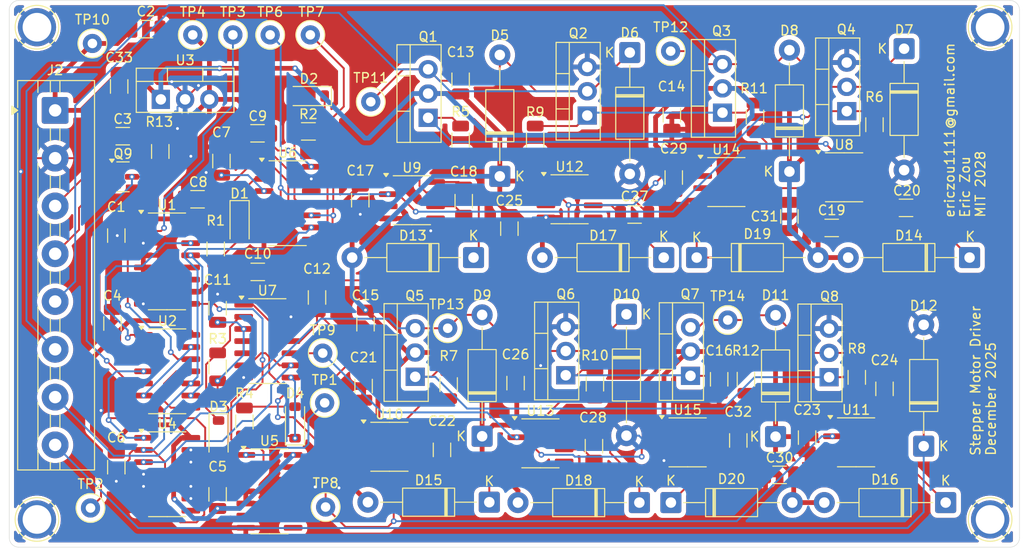
<source format=kicad_pcb>
(kicad_pcb (version 20241229) (generator "pcbnew") (generator_version "9.0")
  (layers (0 "F.Cu" signal) (2 "B.Cu" signal) (13 "F.Paste" user) (15 "B.Paste" user) (5 "F.SilkS" user "F.Silkscreen") (7 "B.SilkS" user "B.Silkscreen") (1 "F.Mask" user) (3 "B.Mask" user) (25 "Edge.Cuts" user))
  (net 0 "")
  (net 1 "GND")
  (net 2 "+5V")
  (net 3 "+12V")
  (net 4 "Net-(D1-A)")
  (net 5 "Net-(D2-A)")
  (net 6 "Net-(D3-A)")
  (net 7 "Net-(D4-A)")
  (net 8 "Net-(U9-VS)")
  (net 9 "Net-(D13-K)")
  (net 10 "Net-(D14-K)")
  (net 11 "Net-(U8-VS)")
  (net 12 "Net-(D15-K)")
  (net 13 "Net-(U10-VS)")
  (net 14 "Net-(U11-VS)")
  (net 15 "Net-(D16-K)")
  (net 16 "Net-(D17-K)")
  (net 17 "Net-(U12-VS)")
  (net 18 "Net-(U13-VS)")
  (net 19 "Net-(D18-K)")
  (net 20 "Net-(U14-VS)")
  (net 21 "Net-(D19-K)")
  (net 22 "Net-(U15-VS)")
  (net 23 "Net-(D20-K)")
  (net 24 "Net-(D1-K)")
  (net 25 "Net-(D2-K)")
  (net 26 "Net-(D3-K)")
  (net 27 "Net-(D4-K)")
  (net 28 "h-left-1")
  (net 29 "h-right-1")
  (net 30 "h-left-2")
  (net 31 "h-right-2")
  (net 32 "EN")
  (net 33 "IN")
  (net 34 "coil_1+")
  (net 35 "coil_1-")
  (net 36 "coil_2+")
  (net 37 "coil_2-")
  (net 38 "Net-(Q9-S)")
  (net 39 "Net-(U9-HO)")
  (net 40 "Net-(U8-HO)")
  (net 41 "Net-(U10-HO)")
  (net 42 "Net-(U11-HO)")
  (net 43 "Net-(U12-HO)")
  (net 44 "Net-(U13-HO)")
  (net 45 "Net-(U14-HO)")
  (net 46 "Net-(U15-HO)")
  (net 47 "/control/Q0")
  (net 48 "/control/Q1")
  (net 49 "Net-(U1-CP)")
  (net 50 "delay_1")
  (net 51 "#delay_1")
  (net 52 "delay_2")
  (net 53 "#delay_2")
  (net 54 "Net-(U1-~{PE})")
  (net 55 "Net-(U1-Q0)")
  (net 57 "Net-(U1-Q1)")
  (net 60 "Net-(U2-Pad2)")
  (net 61 "Net-(U2-Pad13)")
  (net 62 "Net-(U2-Pad11)")
  (net 66 "/control/coil_2_control")
  (net 70 "Net-(U6-Pad4)")
  (net 72 "Net-(U7-Pad4)")
  (footprint "Package_SO:SOIC-16_3.9x9.9mm_P1.27mm" (layer "F.Cu") (at 60.85 70.905)
    (property "Reference" "U1")
    (property "Value" "74LS163")
  )
  (footprint "TestPoint:TestPoint_Loop_D2.50mm_Drill1.0mm" (layer "F.Cu") (at 77.15 80.505)
    (property "Reference" "TP9")
    (property "Value" "TestPoint")
  )
  (footprint "Resistor_SMD:R_1206_3216Metric" (layer "F.Cu") (at 68.95 87.705 90)
    (property "Reference" "R4")
    (property "Value" "1.3k")
  )
  (footprint "Capacitor_SMD:C_1206_3216Metric" (layer "F.Cu") (at 58.65 46.605)
    (property "Reference" "C2")
    (property "Value" "100n")
  )
  (footprint "Package_TO_SOT_THT:TO-220-3_Vertical" (layer "F.Cu") (at 130.125 83.02 90)
    (property "Reference" "Q8")
    (property "Value" "IRF540N")
  )
  (footprint "Package_SO:SO-14_3.9x8.65mm_P1.27mm" (layer "F.Cu") (at 73.475 64.815)
    (property "Reference" "U6")
    (property "Value" "74HC14")
  )
  (footprint "TestPoint:TestPoint_Loop_D2.50mm_Drill1.0mm" (layer "F.Cu") (at 82.175 54.205)
    (property "Reference" "TP11")
    (property "Value" "TestPoint")
  )
  (footprint "Capacitor_SMD:C_1206_3216Metric" (layer "F.Cu") (at 130.4 67.405)
    (property "Reference" "C19")
    (property "Value" "100n")
  )
  (footprint "Resistor_SMD:R_1206_3216Metric" (layer "F.Cu") (at 122.375 55.805 90)
    (property "Reference" "R11")
    (property "Value" "10")
  )
  (footprint "Package_SO:SOIC-8_3.9x4.9mm_P1.27mm" (layer "F.Cu") (at 99.925 89.94)
    (property "Reference" "U13")
    (property "Value" "FAN7371")
  )
  (footprint "TestPoint:TestPoint_Loop_D2.50mm_Drill1.0mm" (layer "F.Cu") (at 75.85 47.205)
    (property "Reference" "TP7")
    (property "Value" "TestPoint")
  )
  (footprint "Diode_THT:D_DO-41_SOD81_P12.70mm_Horizontal" (layer "F.Cu") (at 108.925 76.44 -90)
    (property "Reference" "D10")
    (property "Value" "D")
  )
  (footprint "TestPoint:TestPoint_Plated_Hole_D3.0mm" (layer "F.Cu") (at 146.975 97.905)
    (property "Reference" "TP16" (hide yes))
    (property "Value" "TestPoint")
  )
  (footprint "Package_SO:SOIC-8_3.9x4.9mm_P1.27mm" (layer "F.Cu") (at 86.475 64.505)
    (property "Reference" "U9")
    (property "Value" "FAN7371")
  )
  (footprint "Capacitor_SMD:C_1206_3216Metric" (layer "F.Cu") (at 70.325 57.505 180)
    (property "Reference" "C9")
    (property "Value" "100n")
  )
  (footprint "Capacitor_SMD:C_1206_3216Metric" (layer "F.Cu") (at 55.15 77.405 90)
    (property "Reference" "C4")
    (property "Value" "100n")
  )
  (footprint "Package_SO:SOIC-8_3.9x4.9mm_P1.27mm" (layer "F.Cu") (at 119.375 62.605)
    (property "Reference" "U14")
    (property "Value" "FAN7371")
  )
  (footprint "Diode_THT:D_DO-41_SOD81_P12.70mm_Horizontal" (layer "F.Cu") (at 110.275 96.14 180)
    (property "Reference" "D18")
    (property "Value" "D")
  )
  (footprint "Diode_THT:D_DO-41_SOD81_P12.70mm_Horizontal" (layer "F.Cu") (at 113.575 96.14)
    (property "Reference" "D20")
    (property "Value" "D")
  )
  (footprint "Capacitor_SMD:C_1206_3216Metric" (layer "F.Cu") (at 125.975 66.205 -90)
    (property "Reference" "C31")
    (property "Value" "1u")
  )
  (footprint "Capacitor_SMD:C_1206_3216Metric" (layer "F.Cu") (at 138.175 65.305 180)
    (property "Reference" "C20")
    (property "Value" "1u")
  )
  (footprint "Diode_SMD:D_SOD-123" (layer "F.Cu") (at 66.25 89.205 -90)
    (property "Reference" "D3")
    (property "Value" "D")
  )
  (footprint "Resistor_SMD:R_1206_3216Metric" (layer "F.Cu") (at 99.375 58.205 90)
    (property "Reference" "R9")
    (property "Value" "10")
  )
  (footprint "TestPoint:TestPoint_Plated_Hole_D3.0mm" (layer "F.Cu") (at 146.975 46.405)
    (property "Reference" "TP18" (hide yes))
    (property "Value" "TestPoint")
  )
  (footprint "Resistor_SMD:R_1206_3216Metric" (layer "F.Cu") (at 121.425 83.24 90)
    (property "Reference" "R12")
    (property "Value" "10")
  )
  (footprint "Capacitor_SMD:C_1206_3216Metric" (layer "F.Cu") (at 91.575 51.905 90)
    (property "Reference" "C13")
    (property "Value" "100n")
  )
  (footprint "Resistor_SMD:R_1206_3216Metric" (layer "F.Cu") (at 75.65 57.305 180)
    (property "Reference" "R2")
    (property "Value" "1.3k")
  )
  (footprint "Resistor_SMD:R_1206_3216Metric" (layer "F.Cu") (at 133.025 83.04 90)
    (property "Reference" "R8")
    (property "Value" "10")
  )
  (footprint "TestPoint:TestPoint_Plated_Hole_D3.0mm" (layer "F.Cu") (at 47.25 46.405)
    (property "Reference" "TP15" (hide yes))
    (property "Value" "TestPoint")
  )
  (footprint "Diode_THT:D_DO-41_SOD81_P12.70mm_Horizontal" (layer "F.Cu") (at 93.825 89.2 90)
    (property "Reference" "D9")
    (property "Value" "D")
  )
  (footprint "Package_SO:SO-14_3.9x8.65mm_P1.27mm" (layer "F.Cu") (at 71.35 79.245)
    (property "Reference" "U7")
    (property "Value" "74HC14")
  )
  (footprint "Resistor_SMD:R_1206_3216Metric" (layer "F.Cu") (at 90.325 83.8 90)
    (property "Reference" "R7")
    (property "Value" "10")
  )
  (footprint "Package_TO_SOT_SMD:SOT-23" (layer "F.Cu") (at 56.25 62.055)
    (property "Reference" "Q9")
    (property "Value" "NMOS")
  )
  (footprint "Capacitor_SMD:C_1206_3216Metric" (layer "F.Cu") (at 105.525 90.24 -90)
    (property "Reference" "C28")
    (property "Value" "1u")
  )
  (footprint "Package_TO_SOT_THT:TO-220-3_Vertical" (layer "F.Cu") (at 60.21 53.955)
    (property "Reference" "U3")
    (property "Value" "LM7805_TO220")
  )
  (footprint "Package_SO:SOIC-14_3.9x8.7mm_P1.27mm" (layer "F.Cu") (at 71.575 94.965)
    (property "Reference" "U5")
    (property "Value" "74LS00")
  )
  (footprint "Diode_THT:D_DO-41_SOD81_P12.70mm_Horizontal" (layer "F.Cu") (at 94.575 96.1 180)
    (property "Reference" "D15")
    (property "Value" "D")
  )
  (footprint "Capacitor_SMD:C_1206_3216Metric" (layer "F.Cu") (at 76.55 74.68 90)
    (property "Reference" "C12")
    (property "Value" "1n")
  )
  (footprint "Diode_THT:D_DO-41_SOD81_P12.70mm_Horizontal" (layer "F.Cu") (at 124.525 89.24 90)
    (property "Reference" "D11")
    (property "Value" "D")
  )
  (footprint "TestPoint:TestPoint_Loop_D2.50mm_Drill1.0mm" (layer "F.Cu") (at 77.35 85.705)
    (property "Reference" "TP1")
    (property "Value" "TestPoint")
  )
  (footprint "Diode_SMD:D_SOD-123" (layer "F.Cu") (at 74.25 87.755 90)
    (property "Reference" "D4")
    (property "Value" "D")
  )
  (footprint "Capacitor_SMD:C_1206_3216Metric" (layer "F.Cu") (at 127.825 89.34 -90)
    (property "Reference" "C23")
    (property "Value" "100n")
  )
  (footprint "TestPoint:TestPoint_Loop_D2.50mm_Drill1.0mm" (layer "F.Cu") (at 77.45 96.605)
    (property "Reference" "TP8")
    (property "Value" "TestPoint")
  )
  (footprint "Capacitor_SMD:C_1206_3216Metric" (layer "F.Cu") (at 66.15 95.28 90)
    (property "Reference" "C5")
    (property "Value" "100n")
  )
  (footprint "Diode_SMD:D_SOD-123" (layer "F.Cu") (at 75.7 53.605 180)
    (property "Reference" "D2")
    (property "Value" "D")
  )
  (footprint "Capacitor_SMD:C_1206_3216Metric" (layer "F.Cu") (at 64.05 64.405 180)
    (property "Reference" "C8")
    (property "Value" "1n")
  )
  (footprint "Capacitor_SMD:C_1206_3216Metric" (layer "F.Cu") (at 89.625 90.625 -90)
    (property "Reference" "C22")
    (property "Value" "1u")
  )
  (footprint "Diode_THT:D_DO-41_SOD81_P12.70mm_Horizontal" (layer "F.Cu") (at 125.975 61.505 90)
    (property "Reference" "D8")
    (property "Value" "D")
  )
  (footprint "TestPoint:TestPoint_Loop_D2.50mm_Drill1.0mm" (layer "F.Cu") (at 113.55 48.905)
    (property "Reference" "TP12")
    (property "Value" "TestPoint")
  )
  (footprint "Capacitor_SMD:C_1206_3216Metric" (layer "F.Cu") (at 109.775 66.005 180)
    (property "Reference" "C27")
    (property "Value" "1u")
  )
  (footprint "Capacitor_SMD:C_1206_3216Metric" (layer "F.Cu") (at 70.35 72.005 180)
    (property "Reference" "C10")
    (property "Value" "100n")
  )
  (footprint "Package_TO_SOT_THT:TO-220-3_Vertical" (layer "F.Cu") (at 104.825 55.645 90)
    (property "Reference" "Q2")
    (property "Value" "IRF540N")
  )
  (footprint "Diode_THT:D_DO-41_SOD81_P12.70mm_Horizontal" (layer "F.Cu") (at 116.275 70.505)
    (property "Reference" "D19")
    (property "Value" "D")
  )
  (footprint "Capacitor_SMD:C_1206_3216Metric" (layer "F.Cu") (at 118.625 83.24 -90)
    (property "Reference" "C16")
    (property "Value" "100n")
  )
  (footprint "Package_SO:SOIC-8_3.9x4.9mm_P1.27mm" (layer "F.Cu") (at 84.125 90.3)
    (property "Reference" "U10")
    (property "Value" "FAN7371")
  )
  (footprint "Package_TO_SOT_THT:TO-220-3_Vertical" (layer "F.Cu") (at 115.625 82.88 90)
    (property "Reference" "Q7")
    (property "Value" "IRF540N")
  )
  (footprint "Package_SO:SO-14_3.9x8.65mm_P1.27mm" (layer "F.Cu") (at 60.875 82.405)
    (property "Reference" "U2")
    (property "Value" "74HC14")
  )
  (footprint "Capacitor_SMD:C_1206_3216Metric" (layer "F.Cu") (at 120.625 89.64 -90)
    (property "Reference" "C32")
    (property "Value" "1u")
  )
  (footprint "TestPoint:TestPoint_Loop_D2.50mm_Drill1.0mm" (layer "F.Cu") (at 71.65 47.205)
    (property "Reference" "TP6")
    (property "Value" "TestPoint")
  )
  (footprint "Diode_THT:D_DO-41_SOD81_P12.70mm_Horizontal" (layer "F.Cu") (at 142.325 96.14 180)
    (property "Reference" "D16")
    (property "Value" "D")
  )
  (footprint "Package_SO:SOIC-8_3.9x4.9mm_P1.27mm" (layer "F.Cu") (at 131.7 62.105)
    (property "Reference" "U8")
    (property "Value" "FAN7371")
  )
  (footprint "Diode_THT:D_DO-41_SOD81_P12.70mm_Horizontal" (layer "F.Cu") (at 95.675 62.005 90)
    (property "Reference" "D5")
    (property "Value" "D")
  )
  (footprint "Package_SO:SOIC-8_3.9x4.9mm_P1.27mm" (layer "F.Cu") (at 102.975 64.405)
    (property "Reference" "U12")
    (property "Value" "FAN7371")
  )
  (footprint "Resistor_SMD:R_1206_3216Metric" (layer "F.Cu") (at 60.15 59.405 90)
    (property "Reference" "R13")
    (property "Value" "1k")
  )
  (footprint "Capacitor_SMD:C_1206_3216Metric" (layer "F.Cu") (at 113.875 62.13 -90)
    (property "Reference" "C29")
    (property "Value" "100n")
  )
  (footprint "Package_SO:SOIC-8_3.9x4.9mm_P1.27mm" (layer "F.Cu") (at 132.95 89.835)
    (property "Reference" "U11")
    (property "Value" "FAN7371")
  )
  (footprint "Resistor_SMD:R_1206_3216Metric" (layer "F.Cu") (at 105.625 83.74 90)
    (property "Reference" "R10")
    (property "Value" "10")
  )
  (footprint "Capacitor_SMD:C_1206_3216Metric" (layer "F.Cu") (at 113.675 55.605 -90)
    (property "Reference" "C14")
    (property "Value" "100n")
  )
  (footprint "Capacitor_SMD:C_1206_3216Metric" (layer "F.Cu") (at 55.85 52.605 -90)
    (property "Reference" "C33")
    (property "Value" "100n")
  )
  (footprint "Package_TO_SOT_THT:TO-220-3_Vertical" (layer "F.Cu") (at 102.575 82.82 90)
    (property "Reference" "Q6")
    (property "Value" "IRF540N")
  )
  (footprint "TestPoint:TestPoint_Loop_D2.50mm_Drill1.0mm" (layer "F.Cu") (at 119.525 77.04)
    (property "Reference" "TP14")
    (property "Value" "TestPoint")
  )
  (footprint "Diode_THT:D_DO-41_SOD81_P12.70mm_Horizontal" (layer "F.Cu") (at 112.825 70.505 180)
    (property "Reference" "D17")
    (property "Value" "D")
  )
  (footprint "Resistor_SMD:R_1206_3216Metric" (layer "F.Cu") (at 134.875 56.605 90)
    (property "Reference" "R6")
    (property "Value" "10")
  )
  (footprint "Diode_SMD:D_SOD-123" (layer "F.Cu") (at 68.45 66.905 -90)
    (property "Reference" "D1")
    (property "Value" "D")
  )
  (footprint "Capacitor_SMD:C_1206_3216Metric" (layer "F.Cu") (at 97.325 83.64 90)
    (property "Reference" "C26")
    (property "Value" "100n")
  )
  (footprint "TerminalBlock:TerminalBlock_MaiXu_MX126-5.0-08P_1x08_P5.00mm" (layer "F.Cu") (at 49.15 55.105 -90)
    (property "Reference" "J2")
    (property "Value" "Screw_Terminal_01x08")
  )
  (footprint "Capacitor_SMD:C_1206_3216Metric" (layer "F.Cu") (at 66.15 75.805 90)
    (property "Reference" "C11")
    (property "Value" "1n")
  )
  (footprint "Capacitor_SMD:C_1206_3216Metric" (layer "F.Cu") (at 135.925 84.24 -90)
    (property "Reference" "C24")
    (property "Value" "1u")
  )
  (footprint "Package_TO_SOT_THT:TO-220-3_Vertical" (layer "F.Cu") (at 86.825 82.98 90)
    (property "Reference" "Q5")
    (property "Value" "IRF540N")
  )
  (footprint "TestPoint:TestPoint_Loop_D2.50mm_Drill1.0mm" (layer "F.Cu") (at 67.75 47.205)
    (property "Reference" "TP3")
    (property "Value" "TestPoint")
  )
  (footprint "Resistor_SMD:R_1206_3216Metric" (layer "F.Cu") (at 91.575 58.205 90)
    (property "Reference" "R5")
    (property "Value" "10")
  )
  (footprint "Resistor_SMD:R_1206_3216Metric" (layer "F.Cu") (at 66.15 81.9425 -90)
    (property "Reference" "R3")
    (property "Value" "1.3k")
  )
  (footprint "Capacitor_SMD:C_1206_3216Metric" (layer "F.Cu") (at 66.55 60.405 90)
    (property "Reference" "C7")
    (property "Value" "1n")
  )
  (footprint "TestPoint:TestPoint_Loop_D2.50mm_Drill1.0mm" (layer "F.Cu") (at 63.55 47.205)
    (property "Reference" "TP4")
    (property "Value" "TestPoint")
  )
  (footprint "Capacitor_SMD:C_1206_3216Metric" (layer "F.Cu") (at 56.225 57.805 180)
    (property "Reference" "C3")
    (property "Value" "100n")
  )
  (footprint "Capacitor_SMD:C_1206_3216Metric" (layer "F.Cu") (at 81.625 77.475 -90)
    (property "Reference" "C15")
    (property "Value" "100n")
  )
  (footprint "Package_SO:SOIC-8_3.9x4.9mm_P1.27mm" (layer "F.Cu") (at 115.325 89.84)
    (property "Reference" "U15")
    (property "Value" "FAN7371")
  )
  (footprint "TestPoint:TestPoint_Plated_Hole_D3.0mm" (layer "F.Cu") (at 47.25 97.905)
    (property "Reference" "TP17" (hide yes))
    (property "Value" "TestPoint")
  )
  (footprint "Package_TO_SOT_THT:TO-220-3_Vertical" (layer "F.Cu") (at 88.175 55.885 90)
    (property "Reference" "Q1")
    (property "Value" "IRF540N")
  )
  (footprint "Resistor_SMD:R_1206_3216Metric" (layer "F.Cu") (at 65.95 69.605 -90)
    (property "Reference" "R1")
    (property "Value" "1.3k")
  )
  (footprint "Diode_THT:D_DO-41_SOD81_P12.70mm_Horizontal" (layer "F.Cu") (at 92.925 70.505 180)
    (property "Reference" "D13")
    (property "Value" "D")
  )
  (footprint "Capacitor_SMD:C_1206_3216Metric" (layer "F.Cu") (at 96.675 67.48 -90)
    (property "Reference" "C25")
    (property "Value" "100n")
  )
  (footprint "Capacitor_SMD:C_1206_3216Metric" (layer "F.Cu") (at 81.075 64.505 -90)
    (property "Reference" "C17")
    (property "Value" "100n")
  )
  (footprint "Capacitor_SMD:C_1206_3216Metric" (layer "F.Cu") (at 55.55 92.435 -90)
    (property "Reference" "C6")
    (property "Value" "100n")
  )
  (footprint "Capacitor_SMD:C_1206_3216Metric" (layer "F.Cu") (at 124.95 93.24 180)
    (property "Reference" "C30")
    (property "Value" "100n")
  )
  (footprint "TestPoint:TestPoint_Loop_D2.50mm_Drill1.0mm" (layer "F.Cu") (at 53.05 48.105)
    (property "Reference" "TP10")
    (property "Value" "TestPoint")
  )
  (footprint "Diode_THT:D_DO-41_SOD81_P12.70mm_Horizontal" (layer "F.Cu") (at 140.025 90.24 90)
    (property "Reference" "D12")
    (property "Value" "D")
  )
  (footprint "Capacitor_SMD:C_1206_3216Metric" (layer "F.Cu") (at 55.55 68.205 -90)
    (property "Reference" "C1")
    (property "Value" "100n")
  )
  (footprint "Capacitor_SMD:C_1206_3216Metric" (layer "F.Cu") (at 91.9 64.61 -90)
    (property "Reference" "C18")
    (property "Value" "1u")
  )
  (footprint "Diode_THT:D_DO-41_SOD81_P12.70mm_Horizontal" (layer "F.Cu") (at 137.975 48.655 -90)
    (property "Reference" "D7")
    (property "Value" "D")
  )
  (footprint "Capacitor_SMD:C_1206_3216Metric" (layer "F.Cu") (at 81.425 83.95 -90)
    (property "Reference" "C21")
    (property "Value" "100n")
  )
  (footprint "Diode_THT:D_DO-41_SOD81_P12.70mm_Horizontal" (layer "F.Cu") (at 144.825 70.505 180)
    (property "Reference" "D14")
    (property "Value" "D")
  )
  (footprint "TestPoint:TestPoint_Loop_D2.50mm_Drill1.0mm" (layer "F.Cu") (at 52.85 96.705)
    (property "Reference" "TP2")
    (property "Value" "TestPoint")
  )
  (footprint "Package_SO:SOIC-14_3.9x8.7mm_P1.27mm" (layer "F.Cu") (at 60.875 93.175)
    (property "Reference" "U4")
    (property "Value" "74LS86")
  )
  (footprint "Package_TO_SOT_THT:TO-220-3_Vertical" (layer "F.Cu") (at 118.975 55.345 90)
    (property "Reference" "Q3")
    (property "Value" "IRF540N")
  )
  (footprint "Package_TO_SOT_THT:TO-220-3_Vertical" (layer "F.Cu") (at 131.975 55.185 90)
    (property "Reference" "Q4")
    (property "Value" "IRF540N")
  )
  (footprint "Diode_THT:D_DO-41_SOD81_P12.70mm_Horizontal" (layer "F.Cu") (at 109.275 49.055 -90)
    (property "Reference" "D6")
    (property "Value" "D")
  )
  (footprint "TestPoint:TestPoint_Loop_D2.50mm_Drill1.0mm" (layer "F.Cu") (at 90.225 77.9)
    (property "Reference" "TP13")
    (property "Value" "TestPoint")
  )
  (gr_arc (start 45.35 100.805) (mid 44.642893 100.512107) (end 44.35 99.805) (stroke (width 0.05)) (layer "Edge.Cuts"))
  (gr_arc (start 44.35 44.605) (mid 44.642893 43.897893) (end 45.35 43.605) (stroke (width 0.05)) (layer "Edge.Cuts"))
  (gr_line (start 45.35 43.605) (end 149.05 43.605) (stroke (width 0.05)) (layer "Edge.Cuts"))
  (gr_line (start 149.05 100.805) (end 45.35 100.805) (stroke (width 0.05)) (layer "Edge.Cuts"))
  (gr_line (start 150.05 44.605) (end 150.05 99.805) (stroke (width 0.05)) (layer "Edge.Cuts"))
  (gr_arc (start 149.05 43.605) (mid 149.757107 43.897893) (end 150.05 44.605) (stroke (width 0.05)) (layer "Edge.Cuts"))
  (gr_line (start 44.35 99.805) (end 44.35 44.605) (stroke (width 0.05)) (layer "Edge.Cuts"))
  (gr_arc (start 150.05 99.805) (mid 149.757107 100.512107) (end 149.05 100.805) (stroke (width 0.05)) (layer "Edge.Cuts"))
  (gr_text "ericzou1111@gmail.com\nEric Zou\nMIT 2028" (at 146.545 66.4 90) (layer "F.SilkS") (effects (font (size 1 1)) (justify left bottom)))
  (gr_text "Stepper Motor Driver\nDecember 2025" (at 147.645 91.32 90) (layer "F.SilkS") (effects (font (size 1 1)) (justify left bottom)))
  (segment (start 52.45 60.105) (end 54.75 57.805) (width 0.2) (layer "F.Cu") (net 1))
  (segment (start 81.075 65.98) (end 81.075 66.33) (width 0.2) (layer "F.Cu") (net 1))
  (segment (start 62.75 53.955) (end 62.75 53.505) (width 0.2) (layer "F.Cu") (net 1))
  (segment (start 64.95 61.505) (end 64.95 61.605) (width 0.2) (layer "F.Cu") (net 1))
  (segment (start 82.35 65.98) (end 81.075 65.98) (width 0.2) (layer "F.Cu") (net 1))
  (segment (start 63.35 59.905) (end 64.95 61.505) (width 0.2) (layer "F.Cu") (net 1))
  (segment (start 82.78 66.41) (end 82.35 65.98) (width 0.2) (layer "F.Cu") (net 1))
  (segment (start 63.71 94.445) (end 64.35 93.805) (width 0.2) (layer "F.Cu") (net 1))
  (segment (start 62.75 53.905) (end 64.15 52.505) (width 0.2) (layer "F.Cu") (net 1))
  (segment (start 62.75 53.505) (end 61.35 52.105) (width 0.2) (layer "F.Cu") (net 1))
  (segment (start 84 66.41) (end 82.78 66.41) (width 0.2) (layer "F.Cu") (net 1))
  (segment (start 46.95 60.105) (end 45.55 61.505) (width 0.2) (layer "F.Cu") (net 1))
  (segment (start 62.75 53.955) (end 62.75 53.905) (width 0.2) (layer "F.Cu") (net 1))
  (segment (start 81.075 66.33) (end 83.25 68.505) (width 0.2) (layer "F.Cu") (net 1))
  (segment (start 64.35 93.805) (end 66.15 93.805) (width 0.2) (layer "F.Cu") (net 1))
  (segment (start 49.15 60.105) (end 46.95 60.105) (width 0.2) (layer "F.Cu") (net 1))
  (segment (start 83.25 68.505) (end 87.65 68.505) (width 0.2) (layer "F.Cu") (net 1))
  (segment (start 49.15 60.105) (end 52.45 60.105) (width 0.2) (layer "F.Cu") (net 1))
  (segment (start 87.65 68.505) (end 88.45 67.705) (width 0.2) (layer "F.Cu") (net 1))
  (segment (start 63.35 94.445) (end 63.71 94.445) (width 0.2) (layer "F.Cu") (net 1))
  (via (at 58.4 94.445) (size 0.6) (drill 0.3) (layers "F.Cu" "B.Cu") (net 1))
  (via (at 81.075 65.98) (size 0.6) (drill 0.3) (layers "F.Cu" "B.Cu") (net 1))
  (via (at 63.35 95.715) (size 0.6) (drill 0.3) (layers "F.Cu" "B.Cu") (net 1))
  (via (at 45.55 61.505) (size 0.6) (drill 0.3) (layers "F.Cu" "B.Cu") (net 1))
  (via (at 63.35 91.905) (size 0.6) (drill 0.3) (layers "F.Cu" "B.Cu") (net 1))
  (via (at 100.5 66.31) (size 0.6) (drill 0.3) (layers "F.Cu" "B.Cu") (net 1))
  (via (at 58.375 69) (size 0.6) (drill 0.3) (layers "F.Cu" "B.Cu") (net 1))
  (via (at 61.35 52.105) (size 0.6) (drill 0.3) (layers "F.Cu" "B.Cu") (net 1))
  (via (at 55.65 68.205) (size 0.6) (drill 0.3) (layers "F.Cu" "B.Cu") (net 1))
  (via (at 66.15 74.33) (size 0.6) (drill 0.3) (layers "F.Cu" "B.Cu") (net 1))
  (via (at 55.55 93.91) (size 0.6) (drill 0.3) (layers "F.Cu" "B.Cu") (net 1))
  (via (at 99.95 81.805) (size 0.6) (drill 0.3) (layers "F.Cu" "B.Cu") (net 1))
  (via (at 53.95 86.505) (size 0.6) (drill 0.3) (layers "F.Cu" "B.Cu") (net 1))
  (via (at 63.35 59.905) (size 0.6) (drill 0.3) (layers "F.Cu" "B.Cu") (net 1))
  (via (at 73.825 76.705) (size 0.6) (drill 0.3) (layers "F.Cu" "B.Cu") (net 1))
  (via (at 76.35 94.505) (size 0.6) (drill 0.3) (layers "F.Cu" "B.Cu") (net 1))
  (via (at 88.45 67.705) (size 0.6) (drill 0.3) (layers "F.Cu" "B.Cu") (net 1))
  (via (at 112.85 91.745) (size 0.6) (drill 0.3) (layers "F.Cu" "B.Cu") (net 1))
  (via (at 61.95 57.005) (size 0.6) (drill 0.3) (layers "F.Cu" "B.Cu") (net 1))
  (via (at 68.875 83.055) (size 0.6) (drill 0.3) (layers "F.Cu" "B.Cu") (net 1))
  (via (at 64.95 61.605) (size 0.6) (drill 0.3) (layers "F.Cu" "B.Cu") (net 1))
  (via (at 75.95 62.275) (size 0.6) (drill 0.3) (layers "F.Cu" "B.Cu") (net 1))
  (via (at 58.4 93.175) (size 0.6) (drill 0.3) (layers "F.Cu" "B.Cu") (net 1))
  (via (at 78.85 94.605) (size 0.6) (drill 0.3) (layers "F.Cu" "B.Cu") (net 1))
  (via (at 63.35 90.635) (size 0.6) (drill 0.3) (layers "F.Cu" "B.Cu") (net 1))
  (via (at 64.15 52.505) (size 0.6) (drill 0.3) (layers "F.Cu" "B.Cu") (net 1))
  (via (at 63.35 94.445) (size 0.6) (drill 0.3) (layers "F.Cu" "B.Cu") (net 1))
  (via (at 58.375 75.35) (size 0.6) (drill 0.3) (layers "F.Cu" "B.Cu") (net 1))
  (segment (start 101.415 77.74) (end 100.05 79.105) (width 0.2) (layer "B.Cu") (net 1))
  (segment (start 76.35 94.505) (end 78.75 94.505) (width 0.2) (layer "B.Cu") (net 1))
  (segment (start 45.55 76.505) (end 45.55 61.505) (width 0.2) (layer "B.Cu") (net 1))
  (segment (start 100.5 66.31) (end 99.145 66.31) (width 0.2) (layer "B.Cu") (net 1))
  (segment (start 72.35 80.705) (end 70 83.055) (width 0.2) (layer "B.Cu") (net 1))
  (segment (start 45.55 81.705) (end 45.55 76.505) (width 0.2) (layer "B.Cu") (net 1))
  (segment (start 56.445 69) (end 55.65 68.205) (width 0.2) (layer "B.Cu") (net 1))
  (segment (start 102.575 77.74) (end 101.415 77.74) (width 0.2) (layer "B.Cu") (net 1))
  (segment (start 50.15 82.705) (end 46.55 82.705) (width 0.2) (layer "B.Cu") (net 1))
  (segment (start 100.05 79.105) (end 100.05 81.705) (width 0.2) (layer "B.Cu") (net 1))
  (segment (start 61.95 54.755) (end 62.75 53.955) (width 0.2) (layer "B.Cu") (net 1))
  (segment (start 53.95 86.505) (end 50.15 82.705) (width 0.2) (layer "B.Cu") (net 1))
  (segment (start 72.35 78.205) (end 72.35 80.705) (width 0.2) (layer "B.Cu") (net 1))
  (segment (start 97.75 67.705) (end 88.45 67.705) (width 0.2) (layer "B.Cu") (net 1))
  (segment (start 112.85 91.745) (end 110.245 89.14) (width 0.2) (layer "B.Cu") (net 1))
  (segment (start 110.245 89.14) (end 108.925 89.14) (width 0.2) (layer "B.Cu") (net 1))
  (segment (start 73.825 76.73) (end 72.35 78.205) (width 0.2) (layer "B.Cu") (net 1))
  (segment (start 70 83.055) (end 68.875 83.055) (width 0.2) (layer "B.Cu") (net 1))
  (segment (start 61.95 57.005) (end 61.95 54.755) (width 0.2) (layer "B.Cu") (net 1))
  (segment (start 46.55 82.705) (end 45.55 81.705) (width 0.2) (layer "B.Cu") (net 1))
  (segment (start 78.75 94.505) (end 78.85 94.605) (width 0.2) (layer "B.Cu") (net 1))
  (segment (start 100.05 81.705) (end 99.95 81.805) (width 0.2) (layer "B.Cu") (net 1))
  (segment (start 99.145 66.31) (end 97.75 67.705) (width 0.2) (layer "B.Cu") (net 1))
  (segment (start 73.825 76.705) (end 73.825 76.73) (width 0.2) (layer "B.Cu") (net 1))
  (segment (start 58.375 69) (end 56.445 69) (width 0.2) (layer "B.Cu") (net 1))
  (segment (start 73.55 59.305) (end 72.45 59.305) (width 0.2) (layer "F.Cu") (net 2))
  (segment (start 67.25 72.805) (end 68.55 74.105) (width 0.5) (layer "F.Cu") (net 2))
  (segment (start 72.45 59.305) (end 71.8 58.655) (width 0.2) (layer "F.Cu") (net 2))
  (segment (start 61.55 90.190001) (end 61.55 93.705) (width 0.5) (layer "F.Cu") (net 2))
  (segment (start 63.35 89.365) (end 62.375001 89.365) (width 0.5) (layer "F.Cu") (net 2))
  (segment (start 61.86 77.105) (end 63.35 78.595) (width 0.5) (layer "F.Cu") (net 2))
  (segment (start 62.375001 89.365) (end 61.55 90.190001) (width 0.5) (layer "F.Cu") (net 2))
  (segment (start 65.29 53.955) (end 65.29 55.565) (width 0.5) (layer "F.Cu") (net 2))
  (segment (start 53.65 77.23) (end 55.25 78.83) (width 0.5) (layer "F.Cu") (net 2))
  (segment (start 58.375 66.46) (end 59.75 65.085) (width 0.5) (layer "F.Cu") (net 2))
  (segment (start 53.05 88.46) (end 55.55 90.96) (width 0.5) (layer "F.Cu") (net 2))
  (segment (start 71.8 58.655) (end 71.8 57.505) (width 0.2) (layer "F.Cu") (net 2))
  (segment (start 53.05 81.03) (end 53.05 88.46) (width 0.5) (layer "F.Cu") (net 2))
  (segment (start 61.55 95.705) (end 61.65 95.805) (width 0.5) (layer "F.Cu") (net 2))
  (segment (start 55.25 78.83) (end 53.05 81.03) (width 0.5) (layer "F.Cu") (net 2))
  (segment (start 59.75 65.085) (end 59.75 63.705) (width 0.5) (layer "F.Cu") (net 2))
  (segment (start 63.35 78.295001) (end 59.134999 74.08) (width 0.5) (layer "F.Cu") (net 2))
  (segment (start 65.574999 72.805) (end 67.25 72.805) (width 0.5) (layer "F.Cu") (net 2))
  (segment (start 61.55 93.705) (end 61.55 95.705) (width 0.5) (layer "F.Cu") (net 2))
  (segment (start 65.29 53.955) (end 68.25 53.955) (width 0.5) (layer "F.Cu") (net 2))
  (segment (start 63.325 74.08) (end 58.375 74.08) (width 0.5) (layer "F.Cu") (net 2))
  (segment (start 58.105 66.73) (end 58.375 66.46) (width 0.5) (layer "F.Cu") (net 2))
  (segment (start 61.99 88.005) (end 63.35 89.365) (width 0.5) (layer "F.Cu") (net 2))
  (segment (start 64.299999 74.08) (end 65.574999 72.805) (width 0.5) (layer "F.Cu") (net 2))
  (segment (start 57.15 88.005) (end 61.99 88.005) (width 0.5) (layer "F.Cu") (net 2))
  (segment (start 59.75 63.705) (end 62.15 61.305) (width 0.5) (layer "F.Cu") (net 2))
  (segment (start 59.4 56.105) (end 57.7 57.805) (width 0.5) (layer "F.Cu") (net 2))
  (segment (start 65.29 53.955) (end 65.29 48.945) (width 0.5) (layer "F.Cu") (net 2))
  (segment (start 63.35 78.595) (end 63.35 78.295001) (width 0.5) (layer "F.Cu") (net 2))
  (segment (start 72.495 74.105) (end 73.825 75.435) (width 0.5) (layer "F.Cu") (net 2))
  (segment (start 62.15 58.705) (end 62.15 59.805) (width 0.5) (layer "F.Cu") (net 2))
  (segment (start 68.55 74.105) (end 72.495 74.105) (width 0.5) (layer "F.Cu") (net 2))
  (segment (start 55.55 90.96) (end 55.55 89.605) (width 0.5) (layer "F.Cu") (net 2))
  (segment (start 55.15 78.88) (end 56.925 77.105) (width 0.5) (layer "F.Cu") (net 2))
  (segment (start 65.29 55.565) (end 62.15 58.705) (width 0.5) (layer "F.Cu") (net 2))
  (segment (start 55.55 66.73) (end 58.105 66.73) (width 0.5) (layer "F.Cu") (net 2))
  (segment (start 53.65 68.63) (end 55.55 66.73) (width 0.5) (layer "F.Cu") (net 2))
  (segment (start 65.29 53.955) (end 63.14 56.105) (width 0.5) (layer "F.Cu") (net 2))
  (segment (start 68.25 53.955) (end 71.8 57.505) (width 0.5) (layer "F.Cu") (net 2))
  (segment (start 59.134999 74.08) (end 58.375 74.08) (width 0.5) (layer "F.Cu") (net 2))
  (segment (start 56.925 77.105) (end 61.86 77.105) (width 0.5) (layer "F.Cu") (net 2))
  (segment (start 63.14 56.105) (end 59.4 56.105) (width 0.5) (layer "F.Cu") (net 2))
  (segment (start 63.325 74.08) (end 64.299999 74.08) (width 0.5) (layer "F.Cu") (net 2))
  (segment (start 55.55 89.605) (end 57.15 88.005) (width 0.5) (layer "F.Cu") (net 2))
  (segment (start 73.825 74.005) (end 71.825 72.005) (width 0.5) (layer "F.Cu") (net 2))
  (segment (start 53.65 68.63) (end 53.65 77.23) (width 0.5) (layer "F.Cu") (net 2))
  (segment (start 65.29 48.945) (end 63.55 47.205) (width 0.5) (layer "F.Cu") (net 2))
  (segment (start 62.15 61.305) (end 62.15 59.805) (width 0.5) (layer "F.Cu") (net 2))
  (segment (start 73.825 75.435) (end 73.825 74.005) (width 0.5) (layer "F.Cu") (net 2))
  (segment (start 58.375 66.46) (end 63.325 66.46) (width 0.5) (layer "F.Cu") (net 2))
  (via (at 61.65 95.805) (size 0.6) (drill 0.3) (layers "F.Cu" "B.Cu") (net 2))
  (via (at 66.15 96.755) (size 0.6) (drill 0.3) (layers "F.Cu" "B.Cu") (net 2))
  (via (at 75.95 61.005) (size 0.6) (drill 0.3) (layers "F.Cu" "B.Cu") (net 2))
  (via (at 73.55 59.305) (size 0.6) (drill 0.3) (layers "F.Cu" "B.Cu") (net 2))
  (via (at 74.05 91.155) (size 0.6) (drill 0.3) (layers "F.Cu" "B.Cu") (net 2))
  (segment (start 73.55 59.305) (end 74.25 59.305) (width 0.2) (layer "B.Cu") (net 2))
  (segment (start 63.65 97.805) (end 65.1 97.805) (width 0.5) (layer "B.Cu") (net 2))
  (segment (start 61.65 95.805) (end 63.65 97.805) (width 0.5) (layer "B.Cu") (net 2))
  (segment (start 65.1 97.805) (end 66.15 96.755) (width 0.5) (layer "B.Cu") (net 2))
  (segment (start 74.25 59.305) (end 75.95 61.005) (width 0.2) (layer "B.Cu") (net 2))
  (segment (start 66.15 96.755) (end 68.45 96.755) (width 0.5) (layer "B.Cu") (net 2))
  (segment (start 68.45 96.755) (end 74.05 91.155) (width 0.5) (layer "B.Cu") (net 2))
  (segment (start 97.325 85.115) (end 100.45 85.115) (width 0.5) (layer "F.Cu") (net 3))
  (segment (start 127.825 87.865) (end 130.41 87.865) (width 0.5) (layer "F.Cu") (net 3))
  (segment (start 80.025 94.25) (end 81.875 96.1) (width 0.5) (layer "F.Cu") (net 3))
  (segment (start 115.3105 80.34) (end 112.85 82.8005) (width 0.5) (layer "F.Cu") (net 3))
  (segment (start 81.075 63.03) (end 79.375 64.73) (width 0.5) (layer "F.Cu") (net 3))
  (segment (start 95.875 62.005) (end 96.37 62.5) (width 0.5) (layer "F.Cu") (net 3))
  (segment (start 113.675 54.13) (end 111.975 55.83) (width 0.5) (layer "F.Cu") (net 3))
  (segment (start 79.375 67.305) (end 80.225 68.155) (width 0.5) (layer "F.Cu") (net 3))
  (segment (start 126.45 89.24) (end 127.825 87.865) (width 0.5) (layer "F.Cu") (net 3))
  (segment (start 115.625 80.34) (end 115.3105 80.34) (width 0.5) (layer "F.Cu") (net 3))
  (segment (start 49.15 52.005) (end 49.15 55.105) (width 0.5) (layer "F.Cu") (net 3))
  (segment (start 91.565 80.44) (end 93.825 82.7) (width 0.5) (layer "F.Cu") (net 3))
  (segment (start 118.895 52.885) (end 118.975 52.805) (width 0.2) (layer "F.Cu") (net 3))
  (segment (start 86.065 80.44) (end 86.825 80.44) (width 0.5) (layer "F.Cu") (net 3))
  (segment (start 53.05 48.105) (end 55.675 48.105) (width 0.5) (layer "F.Cu") (net 3))
  (segment (start 81.425 82.475) (end 82.925 83.975) (width 0.5) (layer "F.Cu") (net 3))
  (segment (start 93.825 89.2) (end 93.825 91.14) (width 0.5) (layer "F.Cu") (net 3))
  (segment (start 100.125 68.555) (end 100.125 70.505) (width 0.5) (layer "F.Cu") (net 3))
  (segment (start 124.525 89.24) (end 124.525 91.34) (width 0.5) (layer "F.Cu") (net 3))
  (segment (start 124.775 52.805) (end 118.975 52.805) (width 0.5) (layer "F.Cu") (net 3))
  (segment (start 103.825 84.64) (end 104.425 84.04) (width 0.5) (layer "F.Cu") (net 3))
  (segment (start 126.275 96.14) (end 129.625 96.14) (width 0.5) (layer "F.Cu") (net 3))
  (segment (start 100.925 84.64) (end 103.825 84.64) (width 0.5) (layer "F.Cu") (net 3))
  (segment (start 113.875 60.655) (end 116.855 60.655) (width 0.5) (layer "F.Cu") (net 3))
  (segment (start 80.025 89.045001) (end 80.025 94.25) (width 0.5) (layer "F.Cu") (net 3))
  (segment (start 130.41 87.865) (end 130.475 87.93) (width 0.5) (layer "F.Cu") (net 3))
  (segment (start 91.575 53.38) (end 95.675 57.48) (width 0.5) (layer "F.Cu") (net 3))
  (segment (start 57.385 51.13) (end 60.21 53.955) (width 0.5) (layer "F.Cu") (net 3))
  (segment (start 97.575 66.005) (end 100.125 68.555) (width 0.5) (layer "F.Cu") (net 3))
  (segment (start 79.375 64.73) (end 79.375 67.305) (width 0.5) (layer "F.Cu") (net 3))
  (segment (start 128.975 67.455) (end 128.925 67.405) (width 0.5) (layer "F.Cu") (net 3))
  (segment (start 91.54 53.345) (end 91.575 53.38) (width 0.5) (layer "F.Cu") (net 3))
  (segment (start 128.975 70.505) (end 132.125 70.505) (width 0.5) (layer "F.Cu") (net 3))
  (segment (start 86.525 80.44) (end 84.49 82.475) (width 0.5) (layer "F.Cu") (net 3))
  (segment (start 118.625 81.765) (end 120.25 80.14) (width 0.5) (layer "F.Cu") (net 3))
  (segment (start 80.225 68.155) (end 80.225 70.505) (width 0.5) (layer "F.Cu") (net 3))
  (segment (start 96.37 62.5) (end 100.5 62.5) (width 0.5) (layer "F.Cu") (net 3))
  (segment (start 126.425 93.24) (end 126.425 95.99) (width 0.5) (layer "F.Cu") (net 3))
  (segment (start 97.45 85.24) (end 97.325 85.115) (width 0.5) (layer "F.Cu") (net 3))
  (segment (start 126.425 95.99) (end 126.275 96.14) (width 0.5) (layer "F.Cu") (net 3))
  (segment (start 120.25 80.14) (end 123.125 80.14) (width 0.5) (layer "F.Cu") (net 3))
  (segment (start 127.28 60.2) (end 129.225 60.2) (width 0.5) (layer "F.Cu") (net 3))
  (segment (start 117.2 80.34) (end 118.625 81.765) (width 0.5) (layer "F.Cu") (net 3))
  (segment (start 51.875 55.105) (end 55.85 51.13) (width 0.5) (layer "F.Cu") (net 3))
  (segment (start 53.05 48.105) (end 49.15 52.005) (width 0.5) (layer "F.Cu") (net 3))
  (segment (start 104.425 84.04) (end 110.425 84.04) (width 0.5) (layer "F.Cu") (net 3))
  (segment (start 94.99 88.035) (end 97.45 88.035) (width 0.5) (layer "F.Cu") (net 3))
  (segment (start 86.825 80.44) (end 91.565 80.44) (width 0.5) (layer "F.Cu") (net 3))
  (segment (start 100.45 85.115) (end 100.925 84.64) (width 0.5) (layer "F.Cu") (net 3))
  (segment (start 93.825 89.2) (end 94.99 88.035) (width 0.5) (layer "F.Cu") (net 3))
  (segment (start 84.49 82.475) (end 81.425 82.475) (width 0.5) (layer "F.Cu") (net 3))
  (segment (start 95.675 65.005) (end 96.675 66.005) (width 0.5) (layer "F.Cu") (net 3))
  (segment (start 96.675 66.005) (end 97.575 66.005) (width 0.5) (layer "F.Cu") (net 3))
  (segment (start 97.45 88.035) (end 97.45 85.24) (width 0.5) (layer "F.Cu") (net 3))
  (segment (start 81.625 76) (end 86.065 80.44) (width 0.5) (layer "F.Cu") (net 3))
  (segment (start 84 62.6) (end 81.505 62.6) (width 0.5) (layer "F.Cu") (net 3))
  (segment (start 114.125 80.34) (end 115.625 80.34) (width 0.5) (layer "F.Cu") (net 3))
  (segment (start 55.675 48.105) (end 57.175 46.605) (width 0.5) (layer "F.Cu") (net 3))
  (segment (start 81.65 88.395) (end 80.675001 88.395) (width 0.5) (layer "F.Cu") (net 3))
  (segment (start 82.925 87.12) (end 81.65 88.395) (width 0.5) (layer "F.Cu") (net 3))
  (segment (start 111.975 58.755) (end 113.875 60.655) (width 0.5) (layer "F.Cu") (net 3))
  (segment (start 116.855 60.655) (end 116.9 60.7) (width 0.5) (layer "F.Cu") (net 3))
  (segment (start 88.175 53.345) (end 91.54 53.345) (width 0.5) (layer "F.Cu") (net 3))
  (segment (start 124.525 91.34) (end 126.425 93.24) (width 0.5) (layer "F.Cu") (net 3))
  (segment (start 123.125 80.14) (end 124.525 81.54) (width 0.5) (layer "F.Cu") (net 3))
  (segment (start 80.675001 88.395) (end 80.025 89.045001) (width 0.5) (layer "F.Cu") (net 3))
  (segment (start 84.67 62.6) (end 84 62.6) (width 0.5) (layer "F.Cu") (net 3))
  (segment (start 124.525 89.24) (end 126.45 89.24) (width 0.5) (layer "F.Cu") (net 3))
  (segment (start 125.975 61.505) (end 127.28 60.2) (width 0.5) (layer "F.Cu") (net 3))
  (segment (start 110.425 84.04) (end 114.125 80.34) (width 0.5) (layer "F.Cu") (net 3))
  (segment (start 95.675 57.48) (end 95.675 62.005) (width 0.5) (layer "F.Cu") (net 3))
  (segment (start 111.975 55.83) (end 111.975 58.755) (width 0.5) (layer "F.Cu") (net 3))
  (segment (start 124.525 81.54) (end 124.525 89.24) (width 0.5) (layer "F.Cu") (net 3))
  (segment (start 125.975 54.005) (end 124.775 52.805) (width 0.5) (layer "F.Cu") (net 3))
  (segment (start 95.675 62.005) (end 95.675 65.005) (width 0.5) (layer "F.Cu") (net 3))
  (segment (start 97.575 94.89) (end 97.575 96.14) (width 0.5) (layer "F.Cu") (net 3))
  (segment (start 49.15 55.105) (end 51.875 55.105) (width 0.5) (layer "F.Cu") (net 3))
  (segment (start 113.675 54.13) (end 115 52.805) (width 0.5) (layer "F.Cu") (net 3))
  (segment (start 74.25 50.705) (end 66.35 50.705) (width 0.5) (layer "F.Cu") (net 3))
  (segment (start 128.975 70.505) (end 128.975 67.455) (width 0.5) (layer "F.Cu") (net 3))
  (segment (start 95.675 62.005) (end 95.875 62.005) (width 0.5) (layer "F.Cu") (net 3))
  (segment (start 125.975 61.505) (end 125.975 54.005) (width 0.5) (layer "F.Cu") (net 3))
  (segment (start 115 52.805) (end 118.975 52.805) (width 0.5) (layer "F.Cu") (net 3))
  (segment (start 93.825 91.14) (end 97.575 94.89) (width 0.5) (layer "F.Cu") (net 3))
  (segment (start 81.505 62.6) (end 81.075 63.03) (width 0.5) (layer "F.Cu") (net 3))
  (segment (start 115.625 80.34) (end 117.2 80.34) (width 0.5) (layer "F.Cu") (net 3))
  (segment (start 86.825 80.44) (end 86.525 80.44) (width 0.5) (layer "F.Cu") (net 3))
  (segment (start 55.85 51.13) (end 57.385 51.13) (width 0.5) (layer "F.Cu") (net 3))
  (segment (start 112.85 82.8005) (end 112.85 87.935) (width 0.5) (layer "F.Cu") (net 3))
  (segment (start 82.925 83.975) (end 82.925 87.12) (width 0.5) (layer "F.Cu") (net 3))
  (segment (start 93.825 82.7) (end 93.825 89.2) (width 0.5) (layer "F.Cu") (net 3))
  (via (at 66.35 50.705) (size 0.6) (drill 0.3) (layers "F.Cu" "B.Cu") (net 3))
  (via (at 74.25 50.705) (size 0.6) (drill 0.3) (layers "F.Cu" "B.Cu") (net 3))
  (via (at 81.625 76) (size 0.6) (drill 0.3) (layers "F.Cu" "B.Cu") (net 3))
  (segment (start 95.675 62.005) (end 88.725 62.005) (width 0.5) (layer "B.Cu") (net 3))
  (segment (start 60.21 51.345) (end 60.21 53.955) (width 0.5) (layer "B.Cu") (net 3))
  (segment (start 122.075 55.705) (end 122.075 54.505) (width 0.5) (layer "B.Cu") (net 3))
  (segment (start 60.85 50.705) (end 60.21 51.345) (width 0.5) (layer "B.Cu") (net 3))
  (segment (start 125.975 61.505) (end 125.975 67.505) (width 0.5) (layer "B.Cu") (net 3))
  (segment (start 86.61 53.345) (end 81.95 58.005) (width 0.5) (layer "B.Cu") (net 3))
  (segment (start 88.175 53.345) (end 90.039006 53.345) (width 0.5) (layer "B.Cu") (net 3))
  (segment (start 80.225 74.6) (end 81.625 76) (width 0.5) (layer "B.Cu") (net 3))
  (segment (start 125.975 67.505) (end 128.975 70.505) (width 0.5) (layer "B.Cu") (net 3))
  (segment (start 88.725 62.005) (end 80.225 70.505) (width 0.5) (layer "B.Cu") (net 3))
  (segment (start 120.375 52.805) (end 118.975 52.805) (width 0.5) (layer "B.Cu") (net 3))
  (segment (start 122.075 54.505) (end 120.375 52.805) (width 0.5) (layer "B.Cu") (net 3))
  (segment (start 88.175 53.345) (end 86.61 53.345) (width 0.5) (layer "B.Cu") (net 3))
  (segment (start 94.399006 57.705) (end 120.075 57.705) (width 0.5) (layer "B.Cu") (net 3))
  (segment (start 81.55 58.005) (end 74.25 50.705) (width 0.5) (layer "B.Cu") (net 3))
  (segment (start 90.039006 53.345) (end 94.399006 57.705) (width 0.5) (layer "B.Cu") (net 3))
  (segment (start 81.95 58.005) (end 81.55 58.005) (width 0.5) (layer "B.Cu") (net 3))
  (segment (start 120.075 57.705) (end 122.075 55.705) (width 0.5) (layer "B.Cu") (net 3))
  (segment (start 80.225 70.505) (end 80.225 74.6) (width 0.5) (layer "B.Cu") (net 3))
  (segment (start 66.35 50.705) (end 60.85 50.705) (width 0.5) (layer "B.Cu") (net 3))
  (segment (start 71 63.545) (end 70.40989 63.545) (width 0.2) (layer "F.Cu") (net 4))
  (segment (start 68.45 68.5675) (end 65.95 71.0675) (width 0.2) (layer "F.Cu") (net 4))
  (segment (start 69.45 67.555) (end 68.45 68.555) (width 0.2) (layer "F.Cu") (net 4))
  (segment (start 68.45 68.555) (end 68.45 68.5675) (width 0.2) (layer "F.Cu") (net 4))
  (segment (start 70.40989 63.545) (end 69.45 64.50489) (width 0.2) (layer "F.Cu") (net 4))
  (segment (start 69.45 64.50489) (end 69.45 67.555) (width 0.2) (layer "F.Cu") (net 4))
  (via (at 71 63.545) (size 0.6) (drill 0.3) (layers "F.Cu" "B.Cu") (net 4))
  (via (at 66.55 61.88) (size 0.6) (drill 0.3) (layers "F.Cu" "B.Cu") (net 4))
  (segment (start 69.335 61.88) (end 71 63.545) (width 0.2) (layer "B.Cu") (net 4))
  (segment (start 66.55 61.88) (end 69.335 61.88) (width 0.2) (layer "B.Cu") (net 4))
  (segment (start 74.1875 64.3425) (end 74.66 64.815) (width 0.2) (layer "F.Cu") (net 5))
  (segment (start 74.1875 57.2675) (end 74.05 57.13) (width 0.2) (layer "F.Cu") (net 5))
  (segment (start 72.0875 59.905) (end 74.1875 62.005) (width 0.2) (layer "F.Cu") (net 5))
  (segment (start 70.483032 59.905) (end 72.0875 59.905) (width 0.2) (layer "F.Cu") (net 5))
  (segment (start 74.05 57.13) (end 74.05 53.605) (width 0.2) (layer "F.Cu") (net 5))
  (segment (start 65.983032 64.405) (end 70.483032 59.905) (width 0.2) (layer "F.Cu") (net 5))
  (segment (start 74.1875 57.305) (end 74.1875 62.005) (width 0.2) (layer "F.Cu") (net 5))
  (segment (start 74.1875 57.305) (end 74.1875 57.2675) (width 0.2) (layer "F.Cu") (net 5))
  (segment (start 74.66 64.815) (end 75.95 64.815) (width 0.2) (layer "F.Cu") (net 5))
  (segment (start 74.1875 62.005) (end 74.1875 64.3425) (width 0.2) (layer "F.Cu") (net 5))
  (segment (start 65.525 64.405) (end 65.983032 64.405) (width 0.2) (layer "F.Cu") (net 5))
  (segment (start 66.5 90.855) (end 67.25 90.105) (width 0.2) (layer "F.Cu") (net 6))
  (segment (start 66.25 90.855) (end 66.5 90.855) (width 0.2) (layer "F.Cu") (net 6))
  (segment (start 67.25 86.205) (end 66.15 85.105) (width 0.2) (layer "F.Cu") (net 6))
  (segment (start 67.25 90.105) (end 67.25 86.205) (width 0.2) (layer "F.Cu") (net 6))
  (segment (start 66.15 85.105) (end 66.15 83.405) (width 0.2) (layer "F.Cu") (net 6))
  (via (at 66.15 77.28) (size 0.6) (drill 0.3) (layers "F.Cu" "B.Cu") (net 6))
  (via (at 66.15 83.405) (size 0.6) (drill 0.3) (layers "F.Cu" "B.Cu") (net 6))
  (via (at 68.875 77.975) (size 0.6) (drill 0.3) (layers "F.Cu" "B.Cu") (net 6))
  (segment (start 68.875 80.68) (end 68.875 77.975) (width 0.2) (layer "B.Cu") (net 6))
  (segment (start 68.18 77.28) (end 68.875 77.975) (width 0.2) (layer "B.Cu") (net 6))
  (segment (start 66.15 83.405) (end 68.875 80.68) (width 0.2) (layer "B.Cu") (net 6))
  (segment (start 66.15 77.28) (end 68.18 77.28) (width 0.2) (layer "B.Cu") (net 6))
  (segment (start 79.85 79.505) (end 79.85 81.605) (width 0.2) (layer "F.Cu") (net 7))
  (segment (start 78.35 83.105) (end 76.25 83.105) (width 0.2) (layer "F.Cu") (net 7))
  (segment (start 76.55 77.494999) (end 76.55 76.155) (width 0.2) (layer "F.Cu") (net 7))
  (segment (start 76.25 83.105) (end 76.25 83.205) (width 0.2) (layer "F.Cu") (net 7))
  (segment (start 74.25 86.105) (end 69.0875 86.105) (width 0.2) (layer "F.Cu") (net 7))
  (segment (start 73.825 79.245) (end 74.799999 79.245) (width 0.2) (layer "F.Cu") (net 7))
  (segment (start 79.85 81.605) (end 78.35 83.105) (width 0.2) (layer "F.Cu") (net 7))
  (segment (start 76.55 76.205) (end 79.85 79.505) (width 0.2) (layer "F.Cu") (net 7))
  (segment (start 74.799999 79.245) (end 76.55 77.494999) (width 0.2) (layer "F.Cu") (net 7))
  (segment (start 69.0875 86.105) (end 68.95 86.2425) (width 0.2) (layer "F.Cu") (net 7))
  (segment (start 76.25 83.205) (end 74.25 85.205) (width 0.2) (layer "F.Cu") (net 7))
  (segment (start 74.25 85.205) (end 74.25 86.105) (width 0.2) (layer "F.Cu") (net 7))
  (segment (start 76.55 76.155) (end 76.55 76.205) (width 0.2) (layer "F.Cu") (net 7))
  (segment (start 91.9 66.085) (end 90.955 65.14) (width 0.2) (layer "F.Cu") (net 8))
  (segment (start 90.955 65.14) (end 88.95 65.14) (width 0.2) (layer "F.Cu") (net 8))
  (segment (start 88.95 62.6) (end 91.365 62.6) (width 0.2) (layer "F.Cu") (net 9))
  (segment (start 93.475 64.71) (end 91.9 63.135) (width 0.2) (layer "F.Cu") (net 9))
  (segment (start 91.365 62.6) (end 91.9 63.135) (width 0.2) (layer "F.Cu") (net 9))
  (segment (start 92.925 70.505) (end 93.475 69.955) (width 0.2) (layer "F.Cu") (net 9))
  (segment (start 93.475 69.955) (end 93.475 64.71) (width 0.2) (layer "F.Cu") (net 9))
  (segment (start 134.175 60.2) (end 133.200001 60.2) (width 0.2) (layer "F.Cu") (net 10))
  (segment (start 139.65 65.305) (end 144.825 70.48) (width 0.2) (layer "F.Cu") (net 10))
  (segment (start 134.875 66.905) (end 138.05 66.905) (width 0.2) (layer "F.Cu") (net 10))
  (segment (start 138.05 66.905) (end 139.65 65.305) (width 0.2) (layer "F.Cu") (net 10))
  (segment (start 133.200001 60.2) (end 132.675 60.725001) (width 0.2) (layer "F.Cu") (net 10))
  (segment (start 132.675 60.725001) (end 132.675 64.705) (width 0.2) (layer "F.Cu") (net 10))
  (segment (start 144.825 70.48) (end 144.825 70.505) (width 0.2) (layer "F.Cu") (net 10))
  (segment (start 132.675 64.705) (end 134.875 66.905) (width 0.2) (layer "F.Cu") (net 10))
  (segment (start 134.175 62.74) (end 135.149999 62.74) (width 0.2) (layer "F.Cu") (net 11))
  (segment (start 136.7 64.290001) (end 136.7 65.305) (width 0.2) (layer "F.Cu") (net 11))
  (segment (start 135.149999 62.74) (end 136.7 64.290001) (width 0.2) (layer "F.Cu") (net 11))
  (segment (start 88.87 88.395) (end 89.625 89.15) (width 0.2) (layer "F.Cu") (net 12))
  (segment (start 86.6 88.395) (end 88.87 88.395) (width 0.2) (layer "F.Cu") (net 12))
  (segment (start 94.575 96.1) (end 94.575 94.1) (width 0.2) (layer "F.Cu") (net 12))
  (segment (start 94.575 94.1) (end 89.625 89.15) (width 0.2) (layer "F.Cu") (net 12))
  (segment (start 88.46 90.935) (end 89.625 92.1) (width 0.2) (layer "F.Cu") (net 13))
  (segment (start 86.6 90.935) (end 88.46 90.935) (width 0.2) (layer "F.Cu") (net 13))
  (segment (start 136.925 86.715) (end 136.925 89.64) (width 0.2) (layer "F.Cu") (net 14))
  (segment (start 135.925 85.715) (end 136.925 86.715) (width 0.2) (layer "F.Cu") (net 14))
  (segment (start 136.095 90.47) (end 135.425 90.47) (width 0.2) (layer "F.Cu") (net 14))
  (segment (start 136.925 89.64) (end 136.095 90.47) (width 0.2) (layer "F.Cu") (net 14))
  (segment (start 134.425 84.265) (end 135.925 82.765) (width 0.2) (layer "F.Cu") (net 15))
  (segment (start 137.725 84.565) (end 135.925 82.765) (width 0.2) (layer "F.Cu") (net 15))
  (segment (start 135.425 87.93) (end 134.425 86.93) (width 0.2) (layer "F.Cu") (net 15))
  (segment (start 134.425 86.93) (end 134.425 84.265) (width 0.2) (layer "F.Cu") (net 15))
  (segment (start 142.325 96.14) (end 137.725 91.54) (width 0.2) (layer "F.Cu") (net 15))
  (segment (start 137.725 91.54) (end 137.725 84.565) (width 0.2) (layer "F.Cu") (net 15))
  (segment (start 111.25 66.005) (end 111.25 68.93) (width 0.2) (layer "F.Cu") (net 16))
  (segment (start 108.075 64.105) (end 109.35 64.105) (width 0.2) (layer "F.Cu") (net 16))
  (segment (start 109.35 64.105) (end 111.25 66.005) (width 0.2) (layer "F.Cu") (net 16))
  (segment (start 105.45 62.5) (end 106.47 62.5) (width 0.2) (layer "F.Cu") (net 16))
  (segment (start 106.47 62.5) (end 108.075 64.105) (width 0.2) (layer "F.Cu") (net 16))
  (segment (start 111.25 68.93) (end 112.825 70.505) (width 0.2) (layer "F.Cu") (net 16))
  (segment (start 107.335 65.04) (end 108.3 66.005) (width 0.2) (layer "F.Cu") (net 17))
  (segment (start 105.45 65.04) (end 107.335 65.04) (width 0.2) (layer "F.Cu") (net 17))
  (segment (start 102.4 90.575) (end 104.385 90.575) (width 0.2) (layer "F.Cu") (net 18))
  (segment (start 104.385 90.575) (end 105.525 91.715) (width 0.2) (layer "F.Cu") (net 18))
  (segment (start 110.275 93.99) (end 107.225 90.94) (width 0.2) (layer "F.Cu") (net 19))
  (segment (start 103.32 88.035) (end 104.05 88.765) (width 0.2) (layer "F.Cu") (net 19))
  (segment (start 107.225 90.465) (end 105.525 88.765) (width 0.2) (layer "F.Cu") (net 19))
  (segment (start 104.05 88.765) (end 105.525 88.765) (width 0.2) (layer "F.Cu") (net 19))
  (segment (start 107.225 90.94) (end 107.225 90.465) (width 0.2) (layer "F.Cu") (net 19))
  (segment (start 110.275 96.14) (end 110.275 93.99) (width 0.2) (layer "F.Cu") (net 19))
  (segment (start 102.4 88.035) (end 103.32 88.035) (width 0.2) (layer "F.Cu") (net 19))
  (segment (start 127.31 63.24) (end 127.675 63.605) (width 0.2) (layer "F.Cu") (net 20))
  (segment (start 127.675 65.98) (end 125.975 67.68) (width 0.2) (layer "F.Cu") (net 20))
  (segment (start 121.85 63.24) (end 127.31 63.24) (width 0.2) (layer "F.Cu") (net 20))
  (segment (start 127.675 63.605) (end 127.675 65.98) (width 0.2) (layer "F.Cu") (net 20))
  (segment (start 116.275 70.505) (end 118.975 70.505) (width 0.2) (layer "F.Cu") (net 21))
  (segment (start 120.875001 60.7) (end 119.875 61.700001) (width 0.2) (layer "F.Cu") (net 21))
  (segment (start 116.275 68.505) (end 116.275 70.505) (width 0.2) (layer "F.Cu") (net 21))
  (segment (start 119.875 61.700001) (end 119.875 64.905) (width 0.2) (layer "F.Cu") (net 21))
  (segment (start 118.975 70.505) (end 124.75 64.73) (width 0.2) (layer "F.Cu") (net 21))
  (segment (start 124.75 64.73) (end 125.975 64.73) (width 0.2) (layer "F.Cu") (net 21))
  (segment (start 119.875 64.905) (end 116.275 68.505) (width 0.2) (layer "F.Cu") (net 21))
  (segment (start 121.85 60.7) (end 120.875001 60.7) (width 0.2) (layer "F.Cu") (net 21))
  (segment (start 119.985 90.475) (end 120.625 91.115) (width 0.2) (layer "F.Cu") (net 22))
  (segment (start 117.8 90.475) (end 119.985 90.475) (width 0.2) (layer "F.Cu") (net 22))
  (segment (start 119.02 87.935) (end 119.25 88.165) (width 0.2) (layer "F.Cu") (net 23))
  (segment (start 115.925 88.84) (end 115.925 93.79) (width 0.2) (layer "F.Cu") (net 23))
  (segment (start 117.8 87.935) (end 119.02 87.935) (width 0.2) (layer "F.Cu") (net 23))
  (segment (start 115.925 93.79) (end 113.575 96.14) (width 0.2) (layer "F.Cu") (net 23))
  (segment (start 119.25 88.165) (end 120.625 88.165) (width 0.2) (layer "F.Cu") (net 23))
  (segment (start 116.83 87.935) (end 115.925 88.84) (width 0.2) (layer "F.Cu") (net 23))
  (segment (start 117.8 87.935) (end 116.83 87.935) (width 0.2) (layer "F.Cu") (net 23))
  (segment (start 68.45 63.850001) (end 68.45 65.255) (width 0.2) (layer "F.Cu") (net 24))
  (segment (start 65.95 68.1425) (end 68.45 65.6425) (width 0.2) (layer "F.Cu") (net 24))
  (segment (start 70.025001 62.275) (end 68.45 63.850001) (width 0.2) (layer "F.Cu") (net 24))
  (segment (start 68.45 65.6425) (end 68.45 65.255) (width 0.2) (layer "F.Cu") (net 24))
  (segment (start 71 62.275) (end 70.025001 62.275) (width 0.2) (layer "F.Cu") (net 24))
  (segment (start 77.1125 55.6425) (end 77.35 55.405) (width 0.2) (layer "F.Cu") (net 25))
  (segment (start 77.1125 57.305) (end 77.1125 55.6425) (width 0.2) (layer "F.Cu") (net 25))
  (segment (start 77.1125 57.305) (end 77.65 57.8425) (width 0.2) (layer "F.Cu") (net 25))
  (segment (start 76.924999 68.625) (end 75.95 68.625) (width 0.2) (layer "F.Cu") (net 25))
  (segment (start 77.65 67.899999) (end 76.924999 68.625) (width 0.2) (layer "F.Cu") (net 25))
  (segment (start 77.65 57.8425) (end 77.65 67.899999) (width 0.2) (layer "F.Cu") (net 25))
  (segment (start 77.35 55.405) (end 77.35 53.605) (width 0.2) (layer "F.Cu") (net 25))
  (segment (start 66.15 80.48) (end 64.95 81.68) (width 0.2) (layer "F.Cu") (net 26))
  (segment (start 67.45 77.74116) (end 67.45 79.18) (width 0.2) (layer "F.Cu") (net 26))
  (segment (start 64.95 86.255) (end 66.25 87.555) (width 0.2) (layer "F.Cu") (net 26))
  (segment (start 68.48616 76.705) (end 67.45 77.74116) (width 0.2) (layer "F.Cu") (net 26))
  (segment (start 67.45 79.18) (end 66.15 80.48) (width 0.2) (layer "F.Cu") (net 26))
  (segment (start 68.875 76.705) (end 68.48616 76.705) (width 0.2) (layer "F.Cu") (net 26))
  (segment (start 64.95 81.68) (end 64.95 86.255) (width 0.2) (layer "F.Cu") (net 26))
  (segment (start 74.0125 89.1675) (end 74.25 89.405) (width 0.2) (layer "F.Cu") (net 27))
  (segment (start 68.95 89.1675) (end 74.0125 89.1675) (width 0.2) (layer "F.Cu") (net 27))
  (via (at 74.25 89.405) (size 0.6) (drill 0.3) (layers "F.Cu" "B.Cu") (net 27))
  (via (at 73.825 83.055) (size 0.6) (drill 0.3) (layers "F.Cu" "B.Cu") (net 27))
  (segment (start 73.825 83.055) (end 74.25 83.48) (width 0.2) (layer "B.Cu") (net 27))
  (segment (start 74.25 83.48) (end 74.25 89.405) (width 0.2) (layer "B.Cu") (net 27))
  (segment (start 95.675 51.205) (end 95.675 49.305) (width 0.2) (layer "F.Cu") (net 28))
  (segment (start 94.875 52.005) (end 95.675 51.205) (width 0.2) (layer "F.Cu") (net 28))
  (segment (start 88.175 50.805) (end 89.375 52.005) (width 0.2) (layer "F.Cu") (net 28))
  (segment (start 105.225 53.105) (end 109.275 49.055) (width 0.2) (layer "F.Cu") (net 28))
  (segment (start 104.825 53.105) (end 105.225 53.105) (width 0.2) (layer "F.Cu") (net 28))
  (segment (start 89.375 52.005) (end 94.875 52.005) (width 0.2) (layer "F.Cu") (net 28))
  (segment (start 99.475 53.105) (end 95.675 49.305) (width 0.2) (layer "F.Cu") (net 28))
  (segment (start 85.575 50.805) (end 88.175 50.805) (width 0.2) (layer "F.Cu") (net 28))
  (segment (start 82.175 54.205) (end 85.575 50.805) (width 0.2) (layer "F.Cu") (net 28))
  (segment (start 104.825 53.105) (end 99.475 53.105) (width 0.2) (layer "F.Cu") (net 28))
  (segment (start 49.15 75.105) (end 51.25 73.005) (width 0.2) (layer "B.Cu") (net 28))
  (segment (start 51.25 73.005) (end 51.25 54.605) (width 0.2) (layer "B.Cu") (net 28))
  (segment (start 90.475 53.105) (end 88.175 50.805) (width 0.2) (layer "B.Cu") (net 28))
  (segment (start 84.75 50.805) (end 88.175 50.805) (width 0.2) (layer "B.Cu") (net 28))
  (segment (start 60.95 44.905) (end 78.85 44.905) (width 0.2) (layer "B.Cu") (net 28))
  (segment (start 78.85 44.905) (end 84.75 50.805) (width 0.2) (layer "B.Cu") (net 28))
  (segment (start 51.25 54.605) (end 60.95 44.905) (width 0.2) (layer "B.Cu") (net 28))
  (segment (start 104.825 53.105) (end 90.475 53.105) (width 0.2) (layer "B.Cu") (net 28))
  (segment (start 113.55 48.905) (end 115.755 48.905) (width 0.2) (layer "F.Cu") (net 29))
  (segment (start 131.975 52.645) (end 133.985 52.645) (width 0.2) (layer "F.Cu") (net 29))
  (segment (start 133.985 52.645) (end 137.975 48.655) (width 0.2) (layer "F.Cu") (net 29))
  (segment (start 129.815 52.645) (end 125.975 48.805) (width 0.2) (layer "F.Cu") (net 29))
  (segment (start 117.115 50.265) (end 118.975 50.265) (width 0.2) (layer "F.Cu") (net 29))
  (segment (start 118.975 50.265) (end 124.515 50.265) (width 0.2) (layer "F.Cu") (net 29))
  (segment (start 115.755 48.905) (end 117.115 50.265) (width 0.2) (layer "F.Cu") (net 29))
  (segment (start 131.975 52.645) (end 129.815 52.645) (width 0.2) (layer "F.Cu") (net 29))
  (segment (start 124.515 50.265) (end 125.975 48.805) (width 0.2) (layer "F.Cu") (net 29))
  (segment (start 48.65 50.605) (end 53.85 50.605) (width 0.2) (layer "B.Cu") (net 29))
  (segment (start 53.85 50.605) (end 60.05 44.405) (width 0.2) (layer "B.Cu") (net 29))
  (segment (start 60.75 44.405) (end 61.049 44.106) (width 0.2) (layer "B.Cu") (net 29))
  (segment (start 112.816 44.106) (end 118.975 50.265) (width 0.2) (layer "B.Cu") (net 29))
  (segment (start 46.15 53.105) (end 48.65 50.605) (width 0.2) (layer "B.Cu") (net 29))
  (segment (start 60.05 44.405) (end 60.75 44.405) (width 0.2) (layer "B.Cu") (net 29))
  (segment (start 49.15 80.105) (end 46.15 77.105) (width 0.2) (layer "B.Cu") (net 29))
  (segment (start 61.049 44.106) (end 112.816 44.106) (width 0.2) (layer "B.Cu") (net 29))
  (segment (start 46.15 77.105) (end 46.15 53.105) (width 0.2) (layer "B.Cu") (net 29))
  (segment (start 97.605 80.28) (end 102.575 80.28) (width 0.2) (layer "F.Cu") (net 30))
  (segment (start 105.085 80.28) (end 108.925 76.44) (width 0.2) (layer "F.Cu") (net 30))
  (segment (start 91.625 76.5) (end 93.825 76.5) (width 0.2) (layer "F.Cu") (net 30))
  (segment (start 102.575 80.28) (end 105.085 80.28) (width 0.2) (layer "F.Cu") (net 30))
  (segment (start 90.225 77.9) (end 91.625 76.5) (width 0.2) (layer "F.Cu") (net 30))
  (segment (start 93.825 76.5) (end 97.605 80.28) (width 0.2) (layer "F.Cu") (net 30))
  (segment (start 90.225 77.9) (end 86.825 77.9) (width 0.2) (layer "F.Cu") (net 30))
  (segment (start 84.05 76.905) (end 85.045 77.9) (width 0.2) (layer "B.Cu") (net 30))
  (segment (start 67.05 86.805) (end 76.95 76.905) (width 0.2) (layer "B.Cu") (net 30))
  (segment (start 85.045 77.9) (end 86.825 77.9) (width 0.2) (layer "B.Cu") (net 30))
  (segment (start 49.15 85.105) (end 55.281 91.236) (width 0.2) (layer "B.Cu") (net 30))
  (segment (start 64.35 86.805) (end 67.05 86.805) (width 0.2) (layer "B.Cu") (net 30))
  (segment (start 55.281 91.236) (end 59.919 91.236) (width 0.2) (layer "B.Cu") (net 30))
  (segment (start 76.95 76.905) (end 84.05 76.905) (width 0.2) (layer "B.Cu") (net 30))
  (segment (start 59.919 91.236) (end 64.35 86.805) (width 0.2) (layer "B.Cu") (net 30))
  (segment (start 115.625 77.8) (end 116.465 77.8) (width 0.2) (layer "F.Cu") (net 31))
  (segment (start 128.465 80.48) (end 130.125 80.48) (width 0.2) (layer "F.Cu") (net 31))
  (segment (start 117.225 77.04) (end 119.525 77.04) (width 0.2) (layer "F.Cu") (net 31))
  (segment (start 119.525 77.04) (end 121.325 77.04) (width 0.2) (layer "F.Cu") (net 31))
  (segment (start 140.025 84.24) (end 136.265 80.48) (width 0.2) (layer "F.Cu") (net 31))
  (segment (start 136.265 80.48) (end 130.125 80.48) (width 0.2) (layer "F.Cu") (net 31))
  (segment (start 140.025 90.24) (end 140.025 84.24) (width 0.2) (layer "F.Cu") (net 31))
  (segment (start 124.525 76.54) (end 128.465 80.48) (width 0.2) (layer "F.Cu") (net 31))
  (segment (start 121.825 76.54) (end 124.525 76.54) (width 0.2) (layer "F.Cu") (net 31))
  (segment (start 116.465 77.8) (end 117.225 77.04) (width 0.2) (layer "F.Cu") (net 31))
  (segment (start 121.325 77.04) (end 121.825 76.54) (width 0.2) (layer "F.Cu") (net 31))
  (segment (start 138.35 98.805) (end 140.025 97.13) (width 0.2) (layer "B.Cu") (net 31))
  (segment (start 49.15 90.105) (end 57.85 98.805) (width 0.2) (layer "B.Cu") (net 31))
  (segment (start 57.85 98.805) (end 138.35 98.805) (width 0.2) (layer "B.Cu") (net 31))
  (segment (start 140.025 97.13) (end 140.025 90.24) (width 0.2) (layer "B.Cu") (net 31))
  (segment (start 51.65 65.305) (end 53.95 63.005) (width 0.2) (layer "F.Cu") (net 32))
  (segment (start 51.65 67.605) (end 51.65 65.305) (width 0.2) (layer "F.Cu") (net 32))
  (segment (start 53.95 63.005) (end 55.3125 63.005) (width 0.2) (layer "F.Cu") (net 32))
  (segment (start 49.15 70.105) (end 51.65 67.605) (width 0.2) (layer "F.Cu") (net 32))
  (segment (start 53.15 61.105) (end 55.3125 61.105) (width 0.2) (layer "F.Cu") (net 33))
  (segment (start 49.15 65.105) (end 53.15 61.105) (width 0.2) (layer "F.Cu") (net 33))
  (segment (start 88.175 55.885) (end 90.7175 55.885) (width 0.2) (layer "F.Cu") (net 34))
  (segment (start 131.975 55.185) (end 134.8325 55.185) (width 0.2) (layer "F.Cu") (net 34))
  (segment (start 127.95 55.805) (end 127.35 55.805) (width 0.2) (layer "F.Cu") (net 34))
  (segment (start 131.975 55.185) (end 128.57 55.185) (width 0.2) (layer "F.Cu") (net 34))
  (segment (start 128.57 55.185) (end 127.95 55.805) (width 0.2) (layer "F.Cu") (net 34))
  (segment (start 134.8325 55.185) (end 134.875 55.1425) (width 0.2) (layer "F.Cu") (net 34))
  (segment (start 90.7175 55.885) (end 91.575 56.7425) (width 0.2) (layer "F.Cu") (net 34))
  (via (at 127.35 55.805) (size 0.6) (drill 0.3) (layers "F.Cu" "B.Cu") (net 34))
  (segment (start 120.35 58.405) (end 90.695 58.405) (width 0.2) (layer "B.Cu") (net 34))
  (segment (start 90.695 58.405) (end 88.175 55.885) (width 0.2) (layer "B.Cu") (net 34))
  (segment (start 122.95 55.805) (end 120.35 58.405) (width 0.2) (layer "B.Cu") (net 34))
  (segment (start 127.35 55.805) (end 122.95 55.805) (width 0.2) (layer "B.Cu") (net 34))
  (segment (start 121.3725 55.345) (end 122.375 54.3425) (width 0.2) (layer "F.Cu") (net 35))
  (segment (start 103.7275 56.7425) (end 104.825 55.645) (width 0.2) (layer "F.Cu") (net 35))
  (segment (start 99.375 56.7425) (end 103.7275 56.7425) (width 0.2) (layer "F.Cu") (net 35))
  (segment (start 118.975 55.345) (end 121.3725 55.345) (width 0.2) (layer "F.Cu") (net 35))
  (segment (start 118.975 55.345) (end 105.125 55.345) (width 0.2) (layer "B.Cu") (net 35))
  (segment (start 105.125 55.345) (end 104.825 55.645) (width 0.2) (layer "B.Cu") (net 35))
  (segment (start 89.1875 82.3375) (end 88.545 82.98) (width 0.2) (layer "F.Cu") (net 36))
  (segment (start 87.4675 82.3375) (end 86.825 82.98) (width 0.2) (layer "F.Cu") (net 36))
  (segment (start 88.545 82.98) (end 86.825 82.98) (width 0.2) (layer "F.Cu") (net 36))
  (segment (start 131.5825 83.02) (end 133.025 81.5775) (width 0.2) (layer "F.Cu") (net 36))
  (segment (start 130.125 83.02) (end 131.5825 83.02) (width 0.2) (layer "F.Cu") (net 36))
  (segment (start 90.325 82.3375) (end 89.1875 82.3375) (width 0.2) (layer "F.Cu") (net 36))
  (segment (start 130.125 83.02) (end 122.335 83.02) (width 0.2) (layer "B.Cu") (net 36))
  (segment (start 122.335 83.02) (end 119.05 86.305) (width 0.2) (layer "B.Cu") (net 36))
  (segment (start 92.25 86.305) (end 88.925 82.98) (width 0.2) (layer "B.Cu") (net 36))
  (segment (start 119.05 86.305) (end 92.25 86.305) (width 0.2) (layer "B.Cu") (net 36))
  (segment (start 88.925 82.98) (end 86.825 82.98) (width 0.2) (layer "B.Cu") (net 36))
  (segment (start 115.625 82.88) (end 120.3225 82.88) (width 0.2) (layer "F.Cu") (net 37))
  (segment (start 102.575 82.82) (end 103.745 82.82) (width 0.2) (layer "F.Cu") (net 37))
  (segment (start 103.745 82.82) (end 104.2875 82.2775) (width 0.2) (layer "F.Cu") (net 37))
  (segment (start 104.2875 82.2775) (end 105.625 82.2775) (width 0.2) (layer "F.Cu") (net 37))
  (segment (start 120.3225 82.88) (end 121.425 81.7775) (width 0.2) (layer "F.Cu") (net 37))
  (segment (start 102.575 82.82) (end 115.565 82.82) (width 0.2) (layer "B.Cu") (net 37))
  (segment (start 115.565 82.82) (end 115.625 82.88) (width 0.2) (layer "B.Cu") (net 37))
  (segment (start 56.92 83.675) (end 54.55 81.305) (width 0.2) (layer "F.Cu") (net 38))
  (segment (start 58.9625 62.055) (end 60.15 60.8675) (width 0.2) (layer "F.Cu") (net 38))
  (segment (start 58.4 83.675) (end 56.92 83.675) (width 0.2) (layer "F.Cu") (net 38))
  (segment (start 57.1875 62.055) (end 58.9625 62.055) (width 0.2) (layer "F.Cu") (net 38))
  (via (at 57.1875 62.055) (size 0.6) (drill 0.3) (layers "F.Cu" "B.Cu") (net 38))
  (via (at 54.55 81.305) (size 0.6) (drill 0.3) (layers "F.Cu" "B.Cu") (net 38))
  (segment (start 54.55 81.305) (end 52.45 79.205) (width 0.2) (layer "B.Cu") (net 38))
  (segment (start 52.45 79.205) (end 52.45 67.605) (width 0.2) (layer "B.Cu") (net 38))
  (segment (start 57.1875 62.8675) (end 57.1875 62.055) (width 0.2) (layer "B.Cu") (net 38))
  (segment (start 52.45 67.605) (end 57.1875 62.8675) (width 0.2) (layer "B.Cu") (net 38))
  (segment (start 88.14 63.87) (end 87.275 63.005) (width 0.2) (layer "F.Cu") (net 39))
  (segment (start 87.275 63.005) (end 87.275 61.805) (width 0.2) (layer "F.Cu") (net 39))
  (segment (start 88.95 63.87) (end 88.14 63.87) (width 0.2) (layer "F.Cu") (net 39))
  (segment (start 87.275 61.805) (end 89.4125 59.6675) (width 0.2) (layer "F.Cu") (net 39))
  (segment (start 89.4125 59.6675) (end 91.575 59.6675) (width 0.2) (layer "F.Cu") (net 39))
  (segment (start 135.31 61.47) (end 134.175 61.47) (width 0.2) (layer "F.Cu") (net 40))
  (segment (start 134.875 58.0675) (end 135.875 59.0675) (width 0.2) (layer "F.Cu") (net 40))
  (segment (start 135.875 60.905) (end 135.31 61.47) (width 0.2) (layer "F.Cu") (net 40))
  (segment (start 135.875 59.0675) (end 135.875 60.905) (width 0.2) (layer "F.Cu") (net 40))
  (segment (start 85.025 89.064999) (end 85.025 88.3) (width 0.2) (layer "F.Cu") (net 41))
  (segment (start 85.625001 89.665) (end 85.025 89.064999) (width 0.2) (layer "F.Cu") (net 41))
  (segment (start 88.0625 85.2625) (end 90.325 85.2625) (width 0.2) (layer "F.Cu") (net 41))
  (segment (start 86.6 89.665) (end 85.625001 89.665) (width 0.2) (layer "F.Cu") (net 41))
  (segment (start 85.025 88.3) (end 88.0625 85.2625) (width 0.2) (layer "F.Cu") (net 41))
  (segment (start 133.025 84.5025) (end 133.025 87.94) (width 0.2) (layer "F.Cu") (net 42))
  (segment (start 134.285 89.2) (end 135.425 89.2) (width 0.2) (layer "F.Cu") (net 42))
  (segment (start 133.025 87.94) (end 134.285 89.2) (width 0.2) (layer "F.Cu") (net 42))
  (segment (start 99.375 59.6675) (end 103.4775 63.77) (width 0.2) (layer "F.Cu") (net 43))
  (segment (start 103.4775 63.77) (end 105.45 63.77) (width 0.2) (layer "F.Cu") (net 43))
  (segment (start 101.69 89.305) (end 100.625 88.24) (width 0.2) (layer "F.Cu") (net 44))
  (segment (start 102.3625 85.2025) (end 105.625 85.2025) (width 0.2) (layer "F.Cu") (net 44))
  (segment (start 102.4 89.305) (end 101.69 89.305) (width 0.2) (layer "F.Cu") (net 44))
  (segment (start 100.625 86.94) (end 102.3625 85.2025) (width 0.2) (layer "F.Cu") (net 44))
  (segment (start 100.625 88.24) (end 100.625 86.94) (width 0.2) (layer "F.Cu") (net 44))
  (segment (start 122.375 57.2675) (end 123.575 58.4675) (width 0.2) (layer "F.Cu") (net 45))
  (segment (start 122.71 61.97) (end 121.85 61.97) (width 0.2) (layer "F.Cu") (net 45))
  (segment (start 123.575 58.4675) (end 123.575 61.105) (width 0.2) (layer "F.Cu") (net 45))
  (segment (start 123.575 61.105) (end 122.71 61.97) (width 0.2) (layer "F.Cu") (net 45))
  (segment (start 122.06 89.205) (end 122.325 88.94) (width 0.2) (layer "F.Cu") (net 46))
  (segment (start 122.325 86.64) (end 121.425 85.74) (width 0.2) (layer "F.Cu") (net 46))
  (segment (start 117.8 89.205) (end 122.06 89.205) (width 0.2) (layer "F.Cu") (net 46))
  (segment (start 121.425 85.74) (end 121.425 84.7025) (width 0.2) (layer "F.Cu") (net 46))
  (segment (start 122.325 88.94) (end 122.325 86.64) (width 0.2) (layer "F.Cu") (net 46))
  (segment (start 65.65 92.405) (end 64.85 91.605) (width 0.2) (layer "F.Cu") (net 47))
  (segment (start 64.85 91.605) (end 64.85 88.305) (width 0.2) (layer "F.Cu") (net 47))
  (segment (start 69.1 91.155) (end 68.125001 91.155) (width 0.2) (layer "F.Cu") (net 47))
  (segment (start 64.85 88.305) (end 63.85 87.305) (width 0.2) (layer "F.Cu") (net 47))
  (segment (start 68.125001 91.155) (end 66.875001 92.405) (width 0.2) (layer "F.Cu") (net 47))
  (segment (start 54.95 87.305) (end 54.75 87.505) (width 0.2) (layer "F.Cu") (net 47))
  (segment (start 66.875001 92.405) (end 65.65 92.405) (width 0.2) (layer "F.Cu") (net 47))
  (segment (start 63.85 87.305) (end 54.95 87.305) (width 0.2) (layer "F.Cu") (net 47))
  (via (at 58.4 82.405) (size 0.6) (drill 0.3) (layers "F.Cu" "B.Cu") (net 47))
  (via (at 54.75 87.505) (size 0.6) (drill 0.3) (layers "F.Cu" "B.Cu") (net 47))
  (via (at 58.4 89.365) (size 0.6) (drill 0.3) (layers "F.Cu" "B.Cu") (net 47))
  (via (at 69.1 91.155) (size 0.6) (drill 0.3) (layers "F.Cu" "B.Cu") (net 47))
  (segment (start 72.35 90.405) (end 75.25 90.405) (width 0.2) (layer "B.Cu") (net 47))
  (segment (start 54.75 87.505) (end 56.61 89.365) (width 0.2) (layer "B.Cu") (net 47))
  (segment (start 75.65 87.405) (end 77.35 85.705) (width 0.2) (layer "B.Cu") (net 47))
  (segment (start 58.4 82.405) (end 55.55 82.405) (width 0.2) (layer "B.Cu") (net 47))
  (segment (start 75.65 90.005) (end 75.65 87.405) (width 0.2) (layer "B.Cu") (net 47))
  (segment (start 71.6 91.155) (end 72.35 90.405) (width 0.2) (layer "B.Cu") (net 47))
  (segment (start 69.1 91.155) (end 71.6 91.155) (width 0.2) (layer "B.Cu") (net 47))
  (segment (start 55.55 82.405) (end 54.75 83.205) (width 0.2) (layer "B.Cu") (net 47))
  (segment (start 54.75 83.205) (end 54.75 87.505) (width 0.2) (layer "B.Cu") (net 47))
  (segment (start 56.61 89.365) (end 58.4 89.365) (width 0.2) (layer "B.Cu") (net 47))
  (segment (start 75.25 90.405) (end 75.65 90.005) (width 0.2) (layer "B.Cu") (net 47))
  (segment (start 60.65 96.605) (end 60.65 91.910001) (width 0.2) (layer "F.Cu") (net 48))
  (segment (start 56.95 91.605) (end 56.95 91.005) (width 0.2) (layer "F.Cu") (net 48))
  (segment (start 53.95 93.205) (end 55.05 92.105) (width 0.2) (layer "F.Cu") (net 48))
  (segment (start 63.95 98.205) (end 62.25 98.205) (width 0.2) (layer "F.Cu") (net 48))
  (segment (start 64.75 97.405) (end 63.95 98.205) (width 0.2) (layer "F.Cu") (net 48))
  (segment (start 69.1 92.425) (end 68.17084 92.425) (width 0.2) (layer "F.Cu") (net 48))
  (segment (start 52.85 96.705) (end 53.95 95.605) (width 0.2) (layer "F.Cu") (net 48))
  (segment (start 74.975001 67.355) (end 75.95 67.355) (width 0.2) (layer "F.Cu") (net 48))
  (segment (start 71.974999 61.005) (end 73.55 62.580001) (width 0.2) (layer "F.Cu") (net 48))
  (segment (start 55.05 92.105) (end 56.45 92.105) (width 0.2) (layer "F.Cu") (net 48))
  (segment (start 73.55 62.580001) (end 73.55 65.929999) (width 0.2) (layer "F.Cu") (net 48))
  (segment (start 57.32 90.635) (end 58.4 90.635) (width 0.2) (layer "F.Cu") (net 48))
  (segment (start 60.65 91.910001) (end 59.374999 90.635) (width 0.2) (layer "F.Cu") (net 48))
  (segment (start 53.95 95.605) (end 53.95 93.205) (width 0.2) (layer "F.Cu") (net 48))
  (segment (start 59.374999 90.635) (end 58.4 90.635) (width 0.2) (layer "F.Cu") (net 48))
  (segment (start 71 61.005) (end 71.974999 61.005) (width 0.2) (layer "F.Cu") (net 48))
  (segment (start 56.45 92.105) (end 56.95 91.605) (width 0.2) (layer "F.Cu") (net 48))
  (segment (start 73.55 65.929999) (end 74.975001 67.355) (width 0.2) (layer "F.Cu") (net 48))
  (segment (start 62.25 98.205) (end 60.65 96.605) (width 0.2) (layer "F.Cu") (net 48))
  (segment (start 68.17084 92.425) (end 67.65 92.94584) (width 0.2) (layer "F.Cu") (net 48))
  (segment (start 67.65 92.94584) (end 67.65 94.805) (width 0.2) (layer "F.Cu") (net 48))
  (segment (start 64.75 96.305) (end 64.75 97.405) (width 0.2) (layer "F.Cu") (net 48))
  (segment (start 56.95 91.005) (end 57.32 90.635) (width 0.2) (layer "F.Cu") (net 48))
  (segment (start 65.45 95.605) (end 64.75 96.305) (width 0.2) (layer "F.Cu") (net 48))
  (segment (start 66.85 95.605) (end 65.45 95.605) (width 0.2) (layer "F.Cu") (net 48))
  (segment (start 67.65 94.805) (end 66.85 95.605) (width 0.2) (layer "F.Cu") (net 48))
  (via (at 58.4 90.635) (size 0.6) (drill 0.3) (layers "F.Cu" "B.Cu") (net 48))
  (via (at 75.95 67.355) (size 0.6) (drill 0.3) (layers "F.Cu" "B.Cu") (net 48))
  (via (at 63.35 83.675) (size 0.6) (drill 0.3) (layers "F.Cu" "B.Cu") (net 48))
  (segment (start 74.65 67.905) (end 72.954 69.601) (width 0.2) (layer "B.Cu") (net 48))
  (segment (start 72.954 69.601) (end 63.054 69.601) (width 0.2) (layer "B.Cu") (net 48))
  (segment (start 64.05 71.844943) (end 64.05 82.975) (width 0.2) (layer "B.Cu") (net 48))
  (segment (start 60.55 89.505) (end 59.42 90.635) (width 0.2) (layer "B.Cu") (net 48))
  (segment (start 62.724 69.931) (end 62.724 70.518943) (width 0.2) (layer "B.Cu") (net 48))
  (segment (start 75.4 67.905) (end 74.65 67.905) (width 0.2) (layer "B.Cu") (net 48))
  (segment (start 75.95 67.355) (end 75.4 67.905) (width 0.2) (layer "B.Cu") (net 48))
  (segment (start 62.724 70.518943) (end 64.05 71.844943) (width 0.2) (layer "B.Cu") (net 48))
  (segment (start 63.054 69.601) (end 62.724 69.931) (width 0.2) (layer "B.Cu") (net 48))
  (segment (start 60.55 86.475) (end 60.55 89.505) (width 0.2) (layer "B.Cu") (net 48))
  (segment (start 63.35 83.675) (end 60.55 86.475) (width 0.2) (layer "B.Cu") (net 48))
  (segment (start 64.05 82.975) (end 63.35 83.675) (width 0.2) (layer "B.Cu") (net 48))
  (segment (start 59.42 90.635) (end 58.4 90.635) (width 0.2) (layer "B.Cu") (net 48))
  (segment (start 61.98 81.135) (end 63.35 81.135) (width 0.2) (layer "F.Cu") (net 49))
  (segment (start 60.225 67.73) (end 60.55 67.405) (width 0.2) (layer "F.Cu") (net 49))
  (segment (start 61.25 80.405) (end 61.98 81.135) (width 0.2) (layer "F.Cu") (net 49))
  (segment (start 58.375 67.73) (end 58.028032 67.73) (width 0.2) (layer "F.Cu") (net 49))
  (segment (start 58.028032 67.73) (end 56.75 69.008032) (width 0.2) (layer "F.Cu") (net 49))
  (segment (start 58.375 67.73) (end 60.225 67.73) (width 0.2) (layer "F.Cu") (net 49))
  (segment (start 56.75 69.008032) (end 56.75 75.505) (width 0.2) (layer "F.Cu") (net 49))
  (via (at 61.25 80.405) (size 0.6) (drill 0.3) (layers "F.Cu" "B.Cu") (net 49))
  (via (at 56.75 75.505) (size 0.6) (drill 0.3) (layers "F.Cu" "B.Cu") (net 49))
  (via (at 60.55 67.405) (size 0.6) (drill 0.3) (layers "F.Cu" "B.Cu") (net 49))
  (segment (start 60.55 67.405) (end 60.55 64.405) (width 0.2) (layer "B.Cu") (net 49))
  (segment (start 60.25 77.805) (end 61.25 78.805) (width 0.2) (layer "B.Cu") (net 49))
  (segment (start 67.75 54.605) (end 67.75 47.205) (width 0.2) (layer "B.Cu") (net 49))
  (segment (start 60.55 64.405) (end 64.65 60.305) (width 0.2) (layer "B.Cu") (net 49))
  (segment (start 64.65 60.305) (end 64.65 57.705) (width 0.2) (layer "B.Cu") (net 49))
  (segment (start 61.25 78.805) (end 61.25 80.405) (width 0.2) (layer "B.Cu") (net 49))
  (segment (start 56.75 75.505) (end 59.05 77.805) (width 0.2) (layer "B.Cu") (net 49))
  (segment (start 64.65 57.705) (end 67.75 54.605) (width 0.2) (layer "B.Cu") (net 49))
  (segment (start 59.05 77.805) (end 60.25 77.805) (width 0.2) (layer "B.Cu") (net 49))
  (segment (start 131.175 60.705) (end 131.175 60.005) (width 0.2) (layer "F.Cu") (net 50))
  (segment (start 71.7 67.355) (end 72.65 66.405) (width 0.2) (layer "F.Cu") (net 50))
  (segment (start 71 67.355) (end 71.7 67.355) (width 0.2) (layer "F.Cu") (net 50))
  (segment (start 129.225 61.47) (end 130.41 61.47) (width 0.2) (layer "F.Cu") (net 50))
  (segment (start 72.65 66.405) (end 72.75 66.305) (width 0.2) (layer "F.Cu") (net 50))
  (segment (start 85.04 63.87) (end 86.875 65.705) (width 0.2) (layer "F.Cu") (net 50))
  (segment (start 131.175 60.005) (end 129.775 58.605) (width 0.2) (layer "F.Cu") (net 50))
  (segment (start 84 63.87) (end 85.04 63.87) (width 0.2) (layer "F.Cu") (net 50))
  (segment (start 130.41 61.47) (end 131.175 60.705) (width 0.2) (layer "F.Cu") (net 50))
  (segment (start 72.75 66.305) (end 72.75 63.205) (width 0.2) (layer "F.Cu") (net 50))
  (via (at 129.775 58.605) (size 0.6) (drill 0.3) (layers "F.Cu" "B.Cu") (net 50))
  (via (at 86.875 65.705) (size 0.6) (drill 0.3) (layers "F.Cu" "B.Cu") (net 50))
  (via (at 84 63.87) (size 0.6) (drill 0.3) (layers "F.Cu" "B.Cu") (net 50))
  (via (at 72.75 63.205) (size 0.6) (drill 0.3) (layers "F.Cu" "B.Cu") (net 50))
  (segment (start 129.775 58.605) (end 120.875 58.605) (width 0.2) (layer "B.Cu") (net 50))
  (segment (start 84 63.87) (end 73.415 63.87) (width 0.2) (layer "B.Cu") (net 50))
  (segment (start 113.775 65.705) (end 86.875 65.705) (width 0.2) (layer "B.Cu") (net 50))
  (segment (start 73.415 63.87) (end 72.75 63.205) (width 0.2) (layer "B.Cu") (net 50))
  (segment (start 71.65 47.205) (end 72.75 48.305) (width 0.2) (layer "B.Cu") (net 50))
  (segment (start 120.875 58.605) (end 113.775 65.705) (width 0.2) (layer "B.Cu") (net 50))
  (segment (start 72.75 48.305) (end 72.75 63.205) (width 0.2) (layer "B.Cu") (net 50))
  (segment (start 79.175 72.885) (end 78.175 71.885) (width 0.2) (layer "F.Cu") (net 51))
  (segment (start 111.975 62.705) (end 112.71 61.97) (width 0.2) (layer "F.Cu") (net 51))
  (segment (start 112.71 61.97) (end 116.9 61.97) (width 0.2) (layer "F.Cu") (net 51))
  (segment (start 79.35 50.705) (end 75.85 47.205) (width 0.2) (layer "F.Cu") (net 51))
  (segment (start 102.875 71.085) (end 101.075 72.885) (width 0.2) (layer "F.Cu") (net 51))
  (segment (start 102.875 65.005) (end 102.875 71.085) (width 0.2) (layer "F.Cu") (net 51))
  (segment (start 101.075 72.885) (end 79.175 72.885) (width 0.2) (layer "F.Cu") (net 51))
  (segment (start 78.25 55.805) (end 79.35 54.705) (width 0.2) (layer "F.Cu") (net 51))
  (segment (start 79.35 54.705) (end 79.35 50.705) (width 0.2) (layer "F.Cu") (net 51))
  (segment (start 100.5 63.77) (end 101.64 63.77) (width 0.2) (layer "F.Cu") (net 51))
  (segment (start 78.175 71.885) (end 78.175 66.18) (width 0.2) (layer "F.Cu") (net 51))
  (segment (start 78.25 66.105) (end 78.25 55.805) (width 0.2) (layer "F.Cu") (net 51))
  (segment (start 78.175 66.18) (end 78.25 66.105) (width 0.2) (layer "F.Cu") (net 51))
  (segment (start 101.64 63.77) (end 102.875 65.005) (width 0.2) (layer "F.Cu") (net 51))
  (via (at 102.875 65.005) (size 0.6) (drill 0.3) (layers "F.Cu" "B.Cu") (net 51))
  (via (at 75.95 66.085) (size 0.6) (drill 0.3) (layers "F.Cu" "B.Cu") (net 51))
  (via (at 78.25 66.105) (size 0.6) (drill 0.3) (layers "F.Cu" "B.Cu") (net 51))
  (via (at 111.975 62.705) (size 0.6) (drill 0.3) (layers "F.Cu" "B.Cu") (net 51))
  (segment (start 78.23 66.085) (end 78.25 66.105) (width 0.2) (layer "B.Cu") (net 51))
  (segment (start 75.95 66.085) (end 78.23 66.085) (width 0.2) (layer "B.Cu") (net 51))
  (segment (start 111.975 62.705) (end 109.675 65.005) (width 0.2) (layer "B.Cu") (net 51))
  (segment (start 109.675 65.005) (end 102.875 65.005) (width 0.2) (layer "B.Cu") (net 51))
  (segment (start 82.624999 89.665) (end 81.65 89.665) (width 0.2) (layer "F.Cu") (net 52))
  (segment (start 83.975 98.685) (end 79.53 98.685) (width 0.2) (layer "F.Cu") (net 52))
  (segment (start 72.45 85.505) (end 73.05 84.905) (width 0.2) (layer "F.Cu") (net 52))
  (segment (start 71.15 80.505) (end 70.700057 80.505) (width 0.2) (layer "F.Cu") (net 52))
  (segment (start 69.420057 81.785) (end 68.875 81.785) (width 0.2) (layer "F.Cu") (net 52))
  (segment (start 71.55 80.905) (end 71.15 80.505) (width 0.2) (layer "F.Cu") (net 52))
  (segment (start 77.45 90.605) (end 77.45 96.605) (width 0.2) (layer "F.Cu") (net 52))
  (segment (start 73.05 84.905) (end 73.05 84.105) (width 0.2) (layer "F.Cu") (net 52))
  (segment (start 70.700057 80.505) (end 69.420057 81.785) (width 0.2) (layer "F.Cu") (net 52))
  (segment (start 84.575 91.615001) (end 82.624999 89.665) (width 0.2) (layer "F.Cu") (net 52))
  (segment (start 74.05 87.205) (end 77.45 90.605) (width 0.2) (layer "F.Cu") (net 52))
  (segment (start 84.575 98.085) (end 84.575 91.615001) (width 0.2) (layer "F.Cu") (net 52))
  (segment (start 73.05 84.105) (end 71.55 82.605) (width 0.2) (layer "F.Cu") (net 52))
  (segment (start 71.55 82.605) (end 71.55 80.905) (width 0.2) (layer "F.Cu") (net 52))
  (segment (start 83.975 98.685) (end 84.575 98.085) (width 0.2) (layer "F.Cu") (net 52))
  (segment (start 72.45 87.205) (end 74.05 87.205) (width 0.2) (layer "F.Cu") (net 52))
  (segment (start 79.53 98.685) (end 77.45 96.605) (width 0.2) (layer "F.Cu") (net 52))
  (via (at 72.45 85.505) (size 0.6) (drill 0.3) (layers "F.Cu" "B.Cu") (net 52))
  (via (at 84.575 98.085) (size 0.6) (drill 0.3) (layers "F.Cu" "B.Cu") (net 52))
  (via (at 130.475 89.2) (size 0.6) (drill 0.3) (layers "F.Cu" "B.Cu") (net 52))
  (via (at 72.45 87.205) (size 0.6) (drill 0.3) (layers "F.Cu" "B.Cu") (net 52))
  (segment (start 129.36 89.2) (end 130.475 89.2) (width 0.2) (layer "B.Cu") (net 52))
  (segment (start 72.45 85.505) (end 72.45 87.205) (width 0.2) (layer "B.Cu") (net 52))
  (segment (start 120.475 98.085) (end 129.36 89.2) (width 0.2) (layer "B.Cu") (net 52))
  (segment (start 84.575 98.085) (end 120.475 98.085) (width 0.2) (layer "B.Cu") (net 52))
  (segment (start 111.875001 89.205) (end 112.85 89.205) (width 0.2) (layer "F.Cu") (net 53))
  (segment (start 73.825 80.515) (end 77.14 80.515) (width 0.2) (layer "F.Cu") (net 53))
  (segment (start 97.45 89.305) (end 98.19 89.305) (width 0.2) (layer "F.Cu") (net 53))
  (segment (start 98.19 89.305) (end 100.025 91.14) (width 0.2) (layer "F.Cu") (net 53))
  (segment (start 110.525 91.34) (end 110.525 90.555001) (width 0.2) (layer "F.Cu") (net 53))
  (segment (start 77.14 80.515) (end 77.15 80.505) (width 0.2) (layer "F.Cu") (net 53))
  (segment (start 110.525 90.555001) (end 111.875001 89.205) (width 0.2) (layer "F.Cu") (net 53))
  (via (at 110.525 91.34) (size 0.6) (drill 0.3) (layers "F.Cu" "B.Cu") (net 53))
  (via (at 97.45 89.305) (size 0.6) (drill 0.3) (layers "F.Cu" "B.Cu") (net 53))
  (via (at 100.025 91.14) (size 0.6) (drill 0.3) (layers "F.Cu" "B.Cu") (net 53))
  (segment (start 94.35 86.705) (end 83.35 86.705) (width 0.2) (layer "B.Cu") (net 53))
  (segment (start 83.35 86.705) (end 77.15 80.505) (width 0.2) (layer "B.Cu") (net 53))
  (segment (start 103.525 91.34) (end 110.525 91.34) (width 0.2) (layer "B.Cu") (net 53))
  (segment (start 97.45 89.305) (end 96.95 89.305) (width 0.2) (layer "B.Cu") (net 53))
  (segment (start 96.95 89.305) (end 94.35 86.705) (width 0.2) (layer "B.Cu") (net 53))
  (segment (start 103.325 91.14) (end 103.525 91.34) (width 0.2) (layer "B.Cu") (net 53))
  (segment (start 100.025 91.14) (end 103.325 91.14) (width 0.2) (layer "B.Cu") (net 53))
  (segment (start 68.45 90.405) (end 67.578 89.533) (width 0.2) (layer "F.Cu") (net 54))
  (segment (start 70.074999 93.695) (end 70.95 92.819999) (width 0.2) (layer "F.Cu") (net 54))
  (segment (start 67.578 88.705) (end 67.578 85.677) (width 0.2) (layer "F.Cu") (net 54))
  (segment (start 70.95 92.819999) (end 70.95 90.805) (width 0.2) (layer "F.Cu") (net 54))
  (segment (start 70.95 90.805) (end 70.55 90.405) (width 0.2) (layer "F.Cu") (net 54))
  (segment (start 70.85 83.605) (end 70.85 81.205) (width 0.2) (layer "F.Cu") (net 54))
  (segment (start 68.95 84.305) (end 70.15 84.305) (width 0.2) (layer "F.Cu") (net 54))
  (segment (start 69.1 93.695) (end 70.074999 93.695) (width 0.2) (layer "F.Cu") (net 54))
  (segment (start 67.578 89.533) (end 67.578 88.705) (width 0.2) (layer "F.Cu") (net 54))
  (segment (start 67.578 85.677) (end 68.95 84.305) (width 0.2) (layer "F.Cu") (net 54))
  (segment (start 65.795 75.35) (end 66.35 75.905) (width 0.2) (layer "F.Cu") (net 54))
  (segment (start 63.325 75.35) (end 65.795 75.35) (width 0.2) (layer "F.Cu") (net 54))
  (segment (start 70.15 84.305) (end 70.85 83.605) (width 0.2) (layer "F.Cu") (net 54))
  (segment (start 70.55 90.405) (end 68.45 90.405) (width 0.2) (layer "F.Cu") (net 54))
  (via (at 70.85 81.205) (size 0.6) (drill 0.3) (layers "F.Cu" "B.Cu") (net 54))
  (via (at 66.35 75.905) (size 0.6) (drill 0.3) (layers "F.Cu" "B.Cu") (net 54))
  (segment (start 66.35 75.905) (end 69.85 75.905) (width 0.2) (layer "B.Cu") (net 54))
  (segment (start 69.85 75.905) (end 70.85 76.905) (width 0.2) (layer "B.Cu") (net 54))
  (segment (start 70.85 76.905) (end 70.85 81.205) (width 0.2) (layer "B.Cu") (net 54))
  (segment (start 58.4 78.595) (end 57.06 78.595) (width 0.2) (layer "F.Cu") (net 55))
  (segment (start 57.06 78.595) (end 56.75 78.905) (width 0.2) (layer "F.Cu") (net 55))
  (via (at 56.75 78.905) (size 0.6) (drill 0.3) (layers "F.Cu" "B.Cu") (net 55))
  (via (at 63.325 69) (size 0.6) (drill 0.3) (layers "F.Cu" "B.Cu") (net 55))
  (segment (start 56.75 78.905) (end 56.75 78.105) (width 0.2) (layer "B.Cu") (net 55))
  (segment (start 58.25 71.405) (end 60.655 69) (width 0.2) (layer "B.Cu") (net 55))
  (segment (start 54.45 72.505) (end 55.55 71.405) (width 0.2) (layer "B.Cu") (net 55))
  (segment (start 55.55 71.405) (end 58.25 71.405) (width 0.2) (layer "B.Cu") (net 55))
  (segment (start 60.655 69) (end 63.325 69) (width 0.2) (layer "B.Cu") (net 55))
  (segment (start 56.75 78.105) (end 54.45 75.805) (width 0.2) (layer "B.Cu") (net 55))
  (segment (start 54.45 75.805) (end 54.45 72.505) (width 0.2) (layer "B.Cu") (net 55))
  (via (at 63.35 84.945) (size 0.6) (drill 0.3) (layers "F.Cu" "B.Cu") (net 57))
  (via (at 63.325 70.27) (size 0.6) (drill 0.3) (layers "F.Cu" "B.Cu") (net 57))
  (segment (start 64.55 71.495) (end 63.325 70.27) (width 0.2) (layer "B.Cu") (net 57))
  (segment (start 64.55 83.745) (end 64.55 71.495) (width 0.2) (layer "B.Cu") (net 57))
  (segment (start 63.35 84.945) (end 64.55 83.745) (width 0.2) (layer "B.Cu") (net 57))
  (segment (start 58.4 79.865) (end 58.4 81.135) (width 0.2) (layer "F.Cu") (net 60))
  (via (at 63.35 79.865) (size 0.6) (drill 0.3) (layers "F.Cu" "B.Cu") (net 61))
  (via (at 58.4 84.945) (size 0.6) (drill 0.3) (layers "F.Cu" "B.Cu") (net 61))
  (segment (start 63.35 79.995) (end 63.35 79.865) (width 0.2) (layer "B.Cu") (net 61))
  (segment (start 58.4 84.945) (end 63.35 79.995) (width 0.2) (layer "B.Cu") (net 61))
  (segment (start 60.55 85.505) (end 61.26 86.215) (width 0.2) (layer "F.Cu") (net 62))
  (segment (start 61.26 86.215) (end 63.35 86.215) (width 0.2) (layer "F.Cu") (net 62))
  (segment (start 63.35 82.405) (end 61.85 82.405) (width 0.2) (layer "F.Cu") (net 62))
  (segment (start 60.55 83.705) (end 60.55 85.505) (width 0.2) (layer "F.Cu") (net 62))
  (segment (start 61.85 82.405) (end 60.55 83.705) (width 0.2) (layer "F.Cu") (net 62))
  (segment (start 71.95 77.535001) (end 71.95 81.105) (width 0.2) (layer "F.Cu") (net 66))
  (segment (start 69.849999 75.435) (end 71.95 77.535001) (width 0.2) (layer "F.Cu") (net 66))
  (segment (start 72.63 81.785) (end 73.825 81.785) (width 0.2) (layer "F.Cu") (net 66))
  (segment (start 68.875 75.435) (end 69.849999 75.435) (width 0.2) (layer "F.Cu") (net 66))
  (segment (start 71.95 81.105) (end 72.63 81.785) (width 0.2) (layer "F.Cu") (net 66))
  (via (at 58.4 91.905) (size 0.6) (drill 0.3) (layers "F.Cu" "B.Cu") (net 66))
  (via (at 73.825 81.785) (size 0.6) (drill 0.3) (layers "F.Cu" "B.Cu") (net 66))
  (segment (start 71.75 83.86) (end 73.825 81.785) (width 0.2) (layer "B.Cu") (net 66))
  (segment (start 62.85 89.705) (end 66.65 89.705) (width 0.2) (layer "B.Cu") (net 66))
  (segment (start 60.65 91.905) (end 62.85 89.705) (width 0.2) (layer "B.Cu") (net 66))
  (segment (start 58.4 91.905) (end 60.65 91.905) (width 0.2) (layer "B.Cu") (net 66))
  (segment (start 69.85 87.605) (end 71.75 85.705) (width 0.2) (layer "B.Cu") (net 66))
  (segment (start 66.65 89.705) (end 68.75 87.605) (width 0.2) (layer "B.Cu") (net 66))
  (segment (start 68.75 87.605) (end 69.85 87.605) (width 0.2) (layer "B.Cu") (net 66))
  (segment (start 71.75 85.705) (end 71.75 83.86) (width 0.2) (layer "B.Cu") (net 66))
  (segment (start 71 66.085) (end 71 64.815) (width 0.2) (layer "F.Cu") (net 70))
  (segment (start 68.875 79.245) (end 68.875 80.515) (width 0.2) (layer "F.Cu") (net 72))
  (zone (net 1) (net_name "GND") (layers "F.Cu" "B.Cu") (connect_pads (clearance 0.5)) (min_thickness 0.25) (fill yes (thermal_gap 0.5) (thermal_bridge_width 0.5))
    (polygon (pts (xy 44.85 44.005) (xy 149.35 44.005) (xy 149.35 100.305) (xy 44.85 100.305)))
  )
)
</source>
